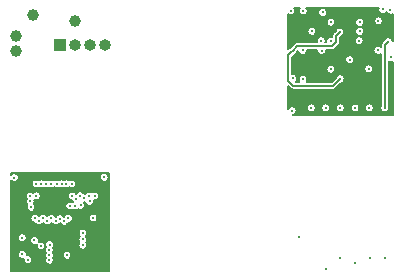
<source format=gbr>
G04 #@! TF.GenerationSoftware,KiCad,Pcbnew,(5.1.5)-3*
G04 #@! TF.CreationDate,2020-07-07T20:54:15-07:00*
G04 #@! TF.ProjectId,Miniscope-V4-Ephys-System,4d696e69-7363-46f7-9065-2d56342d4570,rev?*
G04 #@! TF.SameCoordinates,Original*
G04 #@! TF.FileFunction,Copper,L3,Inr*
G04 #@! TF.FilePolarity,Positive*
%FSLAX46Y46*%
G04 Gerber Fmt 4.6, Leading zero omitted, Abs format (unit mm)*
G04 Created by KiCad (PCBNEW (5.1.5)-3) date 2020-07-07 20:54:15*
%MOMM*%
%LPD*%
G04 APERTURE LIST*
%ADD10O,1.000000X1.000000*%
%ADD11R,1.000000X1.000000*%
%ADD12C,1.000000*%
%ADD13C,0.300000*%
%ADD14C,0.203200*%
%ADD15C,0.152400*%
G04 APERTURE END LIST*
D10*
X115060000Y-115500000D03*
X113790000Y-115500000D03*
X112520000Y-115500000D03*
D11*
X111250000Y-115500000D03*
D12*
X112500000Y-113500000D03*
X109000000Y-113000000D03*
X107500000Y-114717400D03*
X107500000Y-116000000D03*
D13*
X138213800Y-115156600D03*
X135800800Y-113581800D03*
X135038800Y-115131200D03*
X133387800Y-118357000D03*
X134200600Y-115969400D03*
X136613600Y-116756800D03*
X131044800Y-116755800D03*
X132556400Y-120826800D03*
X133514800Y-112743596D03*
X132600400Y-114343800D03*
X130822400Y-112616600D03*
X136588200Y-115131200D03*
X135800800Y-116731400D03*
X133413200Y-115969400D03*
X134200600Y-117544200D03*
X114068200Y-130135200D03*
X115008000Y-126706200D03*
X113204600Y-131964000D03*
X108073800Y-131811600D03*
X111858400Y-133310200D03*
X108073800Y-133234000D03*
X109645600Y-132510806D03*
X131500012Y-131750000D03*
X138233000Y-113453800D03*
X137394800Y-117517800D03*
X138182200Y-115943000D03*
X109013600Y-133665800D03*
X110690000Y-132040200D03*
X113204600Y-132446600D03*
X109100000Y-132050000D03*
X138750000Y-133500000D03*
X139045800Y-115206400D03*
X138749984Y-120830016D03*
X108556400Y-133665800D03*
X136639000Y-114343800D03*
X134962600Y-114394600D03*
X134988000Y-118357000D03*
X130841600Y-116120800D03*
X134175200Y-115182000D03*
X136639000Y-113581800D03*
X131813000Y-115944000D03*
X114226990Y-128273190D03*
X113766594Y-128727200D03*
X113004608Y-129082800D03*
X112547400Y-129108200D03*
X112090200Y-129133600D03*
X111963200Y-130175000D03*
X111607600Y-130429000D03*
X111252000Y-130200400D03*
X110896400Y-130403600D03*
X110540800Y-130175000D03*
X110185200Y-130403600D03*
X109855000Y-130175000D03*
X109485827Y-130385478D03*
X109143800Y-130175000D03*
X108813600Y-129235200D03*
X108737400Y-128727200D03*
X113204600Y-131405200D03*
X107391200Y-126720600D03*
X108737400Y-128270000D03*
X109270800Y-128270000D03*
X109220000Y-127254000D03*
X109681997Y-127254000D03*
X110083600Y-127254000D03*
X110490000Y-127254000D03*
X110998000Y-127254000D03*
X111404400Y-127254000D03*
X111813314Y-127254773D03*
X112269339Y-127254929D03*
X112293400Y-128270000D03*
X112649000Y-128524000D03*
X112961327Y-128246308D03*
X113313595Y-128439179D03*
X113738000Y-128281000D03*
X136250000Y-134000000D03*
X133750000Y-134500000D03*
X135000000Y-133500000D03*
X137500000Y-133500000D03*
X130924000Y-121049400D03*
X131838400Y-118382400D03*
X130994000Y-118330602D03*
X136250005Y-120829995D03*
X133749974Y-120829974D03*
X135000000Y-120830024D03*
X137458600Y-120826800D03*
X110385200Y-132395800D03*
X110359800Y-132853000D03*
X110359800Y-133716600D03*
X110359800Y-133310200D03*
X139274400Y-116552600D03*
X139229800Y-112540400D03*
X138594800Y-112489600D03*
X133387800Y-115131200D03*
X134200600Y-113556400D03*
X131863800Y-112616600D03*
D14*
X138749984Y-120617884D02*
X138749984Y-120830016D01*
X139045800Y-115206400D02*
X138749984Y-115502216D01*
X138749984Y-115502216D02*
X138749984Y-120617884D01*
X134626200Y-114731000D02*
X134626200Y-115282600D01*
X134962600Y-114394600D02*
X134626200Y-114731000D01*
X134626200Y-115282600D02*
X134321400Y-115587400D01*
X130991599Y-115970801D02*
X130841600Y-116120800D01*
X134321400Y-115587400D02*
X131375000Y-115587400D01*
X131375000Y-115587400D02*
X130991599Y-115970801D01*
X130596199Y-116366201D02*
X130596199Y-118526537D01*
X130841600Y-116120800D02*
X130596199Y-116366201D01*
X130596199Y-118526537D02*
X131009862Y-118940200D01*
X134404800Y-118940200D02*
X134838001Y-118506999D01*
X134838001Y-118506999D02*
X134988000Y-118357000D01*
X131009862Y-118940200D02*
X134404800Y-118940200D01*
D15*
G36*
X115423800Y-134673800D02*
G01*
X107076200Y-134673800D01*
X107076200Y-133196711D01*
X107695200Y-133196711D01*
X107695200Y-133271289D01*
X107709749Y-133344434D01*
X107738289Y-133413334D01*
X107779722Y-133475344D01*
X107832456Y-133528078D01*
X107894466Y-133569511D01*
X107963366Y-133598051D01*
X108036511Y-133612600D01*
X108111089Y-133612600D01*
X108183843Y-133598129D01*
X108177800Y-133628511D01*
X108177800Y-133703089D01*
X108192349Y-133776234D01*
X108220889Y-133845134D01*
X108262322Y-133907144D01*
X108315056Y-133959878D01*
X108377066Y-134001311D01*
X108445966Y-134029851D01*
X108519111Y-134044400D01*
X108593689Y-134044400D01*
X108666834Y-134029851D01*
X108735734Y-134001311D01*
X108797744Y-133959878D01*
X108850478Y-133907144D01*
X108891911Y-133845134D01*
X108920451Y-133776234D01*
X108935000Y-133703089D01*
X108935000Y-133628511D01*
X108920451Y-133555366D01*
X108891911Y-133486466D01*
X108850478Y-133424456D01*
X108797744Y-133371722D01*
X108735734Y-133330289D01*
X108666834Y-133301749D01*
X108593689Y-133287200D01*
X108519111Y-133287200D01*
X108446357Y-133301671D01*
X108452400Y-133271289D01*
X108452400Y-133196711D01*
X108437851Y-133123566D01*
X108409311Y-133054666D01*
X108367878Y-132992656D01*
X108315144Y-132939922D01*
X108253134Y-132898489D01*
X108184234Y-132869949D01*
X108111089Y-132855400D01*
X108036511Y-132855400D01*
X107963366Y-132869949D01*
X107894466Y-132898489D01*
X107832456Y-132939922D01*
X107779722Y-132992656D01*
X107738289Y-133054666D01*
X107709749Y-133123566D01*
X107695200Y-133196711D01*
X107076200Y-133196711D01*
X107076200Y-131774311D01*
X107695200Y-131774311D01*
X107695200Y-131848889D01*
X107709749Y-131922034D01*
X107738289Y-131990934D01*
X107779722Y-132052944D01*
X107832456Y-132105678D01*
X107894466Y-132147111D01*
X107963366Y-132175651D01*
X108036511Y-132190200D01*
X108111089Y-132190200D01*
X108184234Y-132175651D01*
X108253134Y-132147111D01*
X108315144Y-132105678D01*
X108367878Y-132052944D01*
X108394760Y-132012711D01*
X108721400Y-132012711D01*
X108721400Y-132087289D01*
X108735949Y-132160434D01*
X108764489Y-132229334D01*
X108805922Y-132291344D01*
X108858656Y-132344078D01*
X108920666Y-132385511D01*
X108989566Y-132414051D01*
X109062711Y-132428600D01*
X109137289Y-132428600D01*
X109210434Y-132414051D01*
X109279334Y-132385511D01*
X109290908Y-132377778D01*
X109281549Y-132400372D01*
X109267000Y-132473517D01*
X109267000Y-132548095D01*
X109281549Y-132621240D01*
X109310089Y-132690140D01*
X109351522Y-132752150D01*
X109404256Y-132804884D01*
X109466266Y-132846317D01*
X109535166Y-132874857D01*
X109608311Y-132889406D01*
X109682889Y-132889406D01*
X109756034Y-132874857D01*
X109824934Y-132846317D01*
X109886944Y-132804884D01*
X109939678Y-132752150D01*
X109981111Y-132690140D01*
X110009651Y-132621240D01*
X110024200Y-132548095D01*
X110024200Y-132513600D01*
X110049689Y-132575134D01*
X110070739Y-132606639D01*
X110065722Y-132611656D01*
X110024289Y-132673666D01*
X109995749Y-132742566D01*
X109981200Y-132815711D01*
X109981200Y-132890289D01*
X109995749Y-132963434D01*
X110024289Y-133032334D01*
X110057207Y-133081600D01*
X110024289Y-133130866D01*
X109995749Y-133199766D01*
X109981200Y-133272911D01*
X109981200Y-133347489D01*
X109995749Y-133420634D01*
X110024289Y-133489534D01*
X110040235Y-133513400D01*
X110024289Y-133537266D01*
X109995749Y-133606166D01*
X109981200Y-133679311D01*
X109981200Y-133753889D01*
X109995749Y-133827034D01*
X110024289Y-133895934D01*
X110065722Y-133957944D01*
X110118456Y-134010678D01*
X110180466Y-134052111D01*
X110249366Y-134080651D01*
X110322511Y-134095200D01*
X110397089Y-134095200D01*
X110470234Y-134080651D01*
X110539134Y-134052111D01*
X110601144Y-134010678D01*
X110653878Y-133957944D01*
X110695311Y-133895934D01*
X110723851Y-133827034D01*
X110738400Y-133753889D01*
X110738400Y-133679311D01*
X110723851Y-133606166D01*
X110695311Y-133537266D01*
X110679365Y-133513400D01*
X110695311Y-133489534D01*
X110723851Y-133420634D01*
X110738400Y-133347489D01*
X110738400Y-133272911D01*
X111479800Y-133272911D01*
X111479800Y-133347489D01*
X111494349Y-133420634D01*
X111522889Y-133489534D01*
X111564322Y-133551544D01*
X111617056Y-133604278D01*
X111679066Y-133645711D01*
X111747966Y-133674251D01*
X111821111Y-133688800D01*
X111895689Y-133688800D01*
X111968834Y-133674251D01*
X112037734Y-133645711D01*
X112099744Y-133604278D01*
X112152478Y-133551544D01*
X112193911Y-133489534D01*
X112222451Y-133420634D01*
X112237000Y-133347489D01*
X112237000Y-133272911D01*
X112222451Y-133199766D01*
X112193911Y-133130866D01*
X112152478Y-133068856D01*
X112099744Y-133016122D01*
X112037734Y-132974689D01*
X111968834Y-132946149D01*
X111895689Y-132931600D01*
X111821111Y-132931600D01*
X111747966Y-132946149D01*
X111679066Y-132974689D01*
X111617056Y-133016122D01*
X111564322Y-133068856D01*
X111522889Y-133130866D01*
X111494349Y-133199766D01*
X111479800Y-133272911D01*
X110738400Y-133272911D01*
X110723851Y-133199766D01*
X110695311Y-133130866D01*
X110662393Y-133081600D01*
X110695311Y-133032334D01*
X110723851Y-132963434D01*
X110738400Y-132890289D01*
X110738400Y-132815711D01*
X110723851Y-132742566D01*
X110695311Y-132673666D01*
X110674261Y-132642161D01*
X110679278Y-132637144D01*
X110720711Y-132575134D01*
X110749251Y-132506234D01*
X110763800Y-132433089D01*
X110763800Y-132358511D01*
X110749251Y-132285366D01*
X110720711Y-132216466D01*
X110679278Y-132154456D01*
X110626544Y-132101722D01*
X110564534Y-132060289D01*
X110495634Y-132031749D01*
X110422489Y-132017200D01*
X110347911Y-132017200D01*
X110274766Y-132031749D01*
X110205866Y-132060289D01*
X110143856Y-132101722D01*
X110091122Y-132154456D01*
X110049689Y-132216466D01*
X110021149Y-132285366D01*
X110006600Y-132358511D01*
X110006600Y-132393006D01*
X109981111Y-132331472D01*
X109939678Y-132269462D01*
X109886944Y-132216728D01*
X109824934Y-132175295D01*
X109756034Y-132146755D01*
X109682889Y-132132206D01*
X109608311Y-132132206D01*
X109535166Y-132146755D01*
X109466266Y-132175295D01*
X109454692Y-132183028D01*
X109464051Y-132160434D01*
X109478600Y-132087289D01*
X109478600Y-132012711D01*
X109464051Y-131939566D01*
X109435511Y-131870666D01*
X109394078Y-131808656D01*
X109341344Y-131755922D01*
X109279334Y-131714489D01*
X109210434Y-131685949D01*
X109137289Y-131671400D01*
X109062711Y-131671400D01*
X108989566Y-131685949D01*
X108920666Y-131714489D01*
X108858656Y-131755922D01*
X108805922Y-131808656D01*
X108764489Y-131870666D01*
X108735949Y-131939566D01*
X108721400Y-132012711D01*
X108394760Y-132012711D01*
X108409311Y-131990934D01*
X108437851Y-131922034D01*
X108452400Y-131848889D01*
X108452400Y-131774311D01*
X108437851Y-131701166D01*
X108409311Y-131632266D01*
X108367878Y-131570256D01*
X108315144Y-131517522D01*
X108253134Y-131476089D01*
X108184234Y-131447549D01*
X108111089Y-131433000D01*
X108036511Y-131433000D01*
X107963366Y-131447549D01*
X107894466Y-131476089D01*
X107832456Y-131517522D01*
X107779722Y-131570256D01*
X107738289Y-131632266D01*
X107709749Y-131701166D01*
X107695200Y-131774311D01*
X107076200Y-131774311D01*
X107076200Y-131367911D01*
X112826000Y-131367911D01*
X112826000Y-131442489D01*
X112840549Y-131515634D01*
X112869089Y-131584534D01*
X112910522Y-131646544D01*
X112948578Y-131684600D01*
X112910522Y-131722656D01*
X112869089Y-131784666D01*
X112840549Y-131853566D01*
X112826000Y-131926711D01*
X112826000Y-132001289D01*
X112840549Y-132074434D01*
X112869089Y-132143334D01*
X112910493Y-132205300D01*
X112869089Y-132267266D01*
X112840549Y-132336166D01*
X112826000Y-132409311D01*
X112826000Y-132483889D01*
X112840549Y-132557034D01*
X112869089Y-132625934D01*
X112910522Y-132687944D01*
X112963256Y-132740678D01*
X113025266Y-132782111D01*
X113094166Y-132810651D01*
X113167311Y-132825200D01*
X113241889Y-132825200D01*
X113315034Y-132810651D01*
X113383934Y-132782111D01*
X113445944Y-132740678D01*
X113498678Y-132687944D01*
X113540111Y-132625934D01*
X113568651Y-132557034D01*
X113583200Y-132483889D01*
X113583200Y-132409311D01*
X113568651Y-132336166D01*
X113540111Y-132267266D01*
X113498707Y-132205300D01*
X113540111Y-132143334D01*
X113568651Y-132074434D01*
X113583200Y-132001289D01*
X113583200Y-131926711D01*
X113568651Y-131853566D01*
X113540111Y-131784666D01*
X113498678Y-131722656D01*
X113460622Y-131684600D01*
X113498678Y-131646544D01*
X113540111Y-131584534D01*
X113568651Y-131515634D01*
X113583200Y-131442489D01*
X113583200Y-131367911D01*
X113568651Y-131294766D01*
X113540111Y-131225866D01*
X113498678Y-131163856D01*
X113445944Y-131111122D01*
X113383934Y-131069689D01*
X113315034Y-131041149D01*
X113241889Y-131026600D01*
X113167311Y-131026600D01*
X113094166Y-131041149D01*
X113025266Y-131069689D01*
X112963256Y-131111122D01*
X112910522Y-131163856D01*
X112869089Y-131225866D01*
X112840549Y-131294766D01*
X112826000Y-131367911D01*
X107076200Y-131367911D01*
X107076200Y-130137711D01*
X108765200Y-130137711D01*
X108765200Y-130212289D01*
X108779749Y-130285434D01*
X108808289Y-130354334D01*
X108849722Y-130416344D01*
X108902456Y-130469078D01*
X108964466Y-130510511D01*
X109033366Y-130539051D01*
X109106511Y-130553600D01*
X109145672Y-130553600D01*
X109150316Y-130564812D01*
X109191749Y-130626822D01*
X109244483Y-130679556D01*
X109306493Y-130720989D01*
X109375393Y-130749529D01*
X109448538Y-130764078D01*
X109523116Y-130764078D01*
X109596261Y-130749529D01*
X109665161Y-130720989D01*
X109727171Y-130679556D01*
X109779905Y-130626822D01*
X109821338Y-130564812D01*
X109825982Y-130553600D01*
X109837538Y-130553600D01*
X109849689Y-130582934D01*
X109891122Y-130644944D01*
X109943856Y-130697678D01*
X110005866Y-130739111D01*
X110074766Y-130767651D01*
X110147911Y-130782200D01*
X110222489Y-130782200D01*
X110295634Y-130767651D01*
X110364534Y-130739111D01*
X110426544Y-130697678D01*
X110479278Y-130644944D01*
X110520711Y-130582934D01*
X110532862Y-130553600D01*
X110548738Y-130553600D01*
X110560889Y-130582934D01*
X110602322Y-130644944D01*
X110655056Y-130697678D01*
X110717066Y-130739111D01*
X110785966Y-130767651D01*
X110859111Y-130782200D01*
X110933689Y-130782200D01*
X111006834Y-130767651D01*
X111075734Y-130739111D01*
X111137744Y-130697678D01*
X111190478Y-130644944D01*
X111231911Y-130582934D01*
X111233541Y-130579000D01*
X111259938Y-130579000D01*
X111272089Y-130608334D01*
X111313522Y-130670344D01*
X111366256Y-130723078D01*
X111428266Y-130764511D01*
X111497166Y-130793051D01*
X111570311Y-130807600D01*
X111644889Y-130807600D01*
X111718034Y-130793051D01*
X111786934Y-130764511D01*
X111848944Y-130723078D01*
X111901678Y-130670344D01*
X111943111Y-130608334D01*
X111965783Y-130553600D01*
X112000489Y-130553600D01*
X112073634Y-130539051D01*
X112142534Y-130510511D01*
X112204544Y-130469078D01*
X112257278Y-130416344D01*
X112298711Y-130354334D01*
X112327251Y-130285434D01*
X112341800Y-130212289D01*
X112341800Y-130137711D01*
X112333884Y-130097911D01*
X113689600Y-130097911D01*
X113689600Y-130172489D01*
X113704149Y-130245634D01*
X113732689Y-130314534D01*
X113774122Y-130376544D01*
X113826856Y-130429278D01*
X113888866Y-130470711D01*
X113957766Y-130499251D01*
X114030911Y-130513800D01*
X114105489Y-130513800D01*
X114178634Y-130499251D01*
X114247534Y-130470711D01*
X114309544Y-130429278D01*
X114362278Y-130376544D01*
X114403711Y-130314534D01*
X114432251Y-130245634D01*
X114446800Y-130172489D01*
X114446800Y-130097911D01*
X114432251Y-130024766D01*
X114403711Y-129955866D01*
X114362278Y-129893856D01*
X114309544Y-129841122D01*
X114247534Y-129799689D01*
X114178634Y-129771149D01*
X114105489Y-129756600D01*
X114030911Y-129756600D01*
X113957766Y-129771149D01*
X113888866Y-129799689D01*
X113826856Y-129841122D01*
X113774122Y-129893856D01*
X113732689Y-129955866D01*
X113704149Y-130024766D01*
X113689600Y-130097911D01*
X112333884Y-130097911D01*
X112327251Y-130064566D01*
X112298711Y-129995666D01*
X112257278Y-129933656D01*
X112204544Y-129880922D01*
X112142534Y-129839489D01*
X112073634Y-129810949D01*
X112000489Y-129796400D01*
X111925911Y-129796400D01*
X111852766Y-129810949D01*
X111783866Y-129839489D01*
X111721856Y-129880922D01*
X111669122Y-129933656D01*
X111627689Y-129995666D01*
X111605017Y-130050400D01*
X111599662Y-130050400D01*
X111587511Y-130021066D01*
X111546078Y-129959056D01*
X111493344Y-129906322D01*
X111431334Y-129864889D01*
X111362434Y-129836349D01*
X111289289Y-129821800D01*
X111214711Y-129821800D01*
X111141566Y-129836349D01*
X111072666Y-129864889D01*
X111010656Y-129906322D01*
X110957922Y-129959056D01*
X110916489Y-130021066D01*
X110914859Y-130025000D01*
X110888462Y-130025000D01*
X110876311Y-129995666D01*
X110834878Y-129933656D01*
X110782144Y-129880922D01*
X110720134Y-129839489D01*
X110651234Y-129810949D01*
X110578089Y-129796400D01*
X110503511Y-129796400D01*
X110430366Y-129810949D01*
X110361466Y-129839489D01*
X110299456Y-129880922D01*
X110246722Y-129933656D01*
X110205289Y-129995666D01*
X110197900Y-130013504D01*
X110190511Y-129995666D01*
X110149078Y-129933656D01*
X110096344Y-129880922D01*
X110034334Y-129839489D01*
X109965434Y-129810949D01*
X109892289Y-129796400D01*
X109817711Y-129796400D01*
X109744566Y-129810949D01*
X109675666Y-129839489D01*
X109613656Y-129880922D01*
X109560922Y-129933656D01*
X109519489Y-129995666D01*
X109514845Y-130006878D01*
X109483955Y-130006878D01*
X109479311Y-129995666D01*
X109437878Y-129933656D01*
X109385144Y-129880922D01*
X109323134Y-129839489D01*
X109254234Y-129810949D01*
X109181089Y-129796400D01*
X109106511Y-129796400D01*
X109033366Y-129810949D01*
X108964466Y-129839489D01*
X108902456Y-129880922D01*
X108849722Y-129933656D01*
X108808289Y-129995666D01*
X108779749Y-130064566D01*
X108765200Y-130137711D01*
X107076200Y-130137711D01*
X107076200Y-128232711D01*
X108358800Y-128232711D01*
X108358800Y-128307289D01*
X108373349Y-128380434D01*
X108401889Y-128449334D01*
X108434807Y-128498600D01*
X108401889Y-128547866D01*
X108373349Y-128616766D01*
X108358800Y-128689911D01*
X108358800Y-128764489D01*
X108373349Y-128837634D01*
X108401889Y-128906534D01*
X108443322Y-128968544D01*
X108496056Y-129021278D01*
X108499612Y-129023654D01*
X108478089Y-129055866D01*
X108449549Y-129124766D01*
X108435000Y-129197911D01*
X108435000Y-129272489D01*
X108449549Y-129345634D01*
X108478089Y-129414534D01*
X108519522Y-129476544D01*
X108572256Y-129529278D01*
X108634266Y-129570711D01*
X108703166Y-129599251D01*
X108776311Y-129613800D01*
X108850889Y-129613800D01*
X108924034Y-129599251D01*
X108992934Y-129570711D01*
X109054944Y-129529278D01*
X109107678Y-129476544D01*
X109149111Y-129414534D01*
X109177651Y-129345634D01*
X109192200Y-129272489D01*
X109192200Y-129197911D01*
X109177651Y-129124766D01*
X109165865Y-129096311D01*
X111711600Y-129096311D01*
X111711600Y-129170889D01*
X111726149Y-129244034D01*
X111754689Y-129312934D01*
X111796122Y-129374944D01*
X111848856Y-129427678D01*
X111910866Y-129469111D01*
X111979766Y-129497651D01*
X112052911Y-129512200D01*
X112127489Y-129512200D01*
X112200634Y-129497651D01*
X112269534Y-129469111D01*
X112331544Y-129427678D01*
X112336561Y-129422661D01*
X112368066Y-129443711D01*
X112436966Y-129472251D01*
X112510111Y-129486800D01*
X112584689Y-129486800D01*
X112657834Y-129472251D01*
X112726734Y-129443711D01*
X112788744Y-129402278D01*
X112793765Y-129397257D01*
X112825274Y-129418311D01*
X112894174Y-129446851D01*
X112967319Y-129461400D01*
X113041897Y-129461400D01*
X113115042Y-129446851D01*
X113183942Y-129418311D01*
X113245952Y-129376878D01*
X113298686Y-129324144D01*
X113340119Y-129262134D01*
X113368659Y-129193234D01*
X113383208Y-129120089D01*
X113383208Y-129045511D01*
X113368659Y-128972366D01*
X113340119Y-128903466D01*
X113298686Y-128841456D01*
X113274687Y-128817457D01*
X113276306Y-128817779D01*
X113350884Y-128817779D01*
X113396778Y-128808650D01*
X113402543Y-128837634D01*
X113431083Y-128906534D01*
X113472516Y-128968544D01*
X113525250Y-129021278D01*
X113587260Y-129062711D01*
X113656160Y-129091251D01*
X113729305Y-129105800D01*
X113803883Y-129105800D01*
X113877028Y-129091251D01*
X113945928Y-129062711D01*
X114007938Y-129021278D01*
X114060672Y-128968544D01*
X114102105Y-128906534D01*
X114130645Y-128837634D01*
X114145194Y-128764489D01*
X114145194Y-128689911D01*
X114135466Y-128641002D01*
X114189701Y-128651790D01*
X114264279Y-128651790D01*
X114337424Y-128637241D01*
X114406324Y-128608701D01*
X114468334Y-128567268D01*
X114521068Y-128514534D01*
X114562501Y-128452524D01*
X114591041Y-128383624D01*
X114605590Y-128310479D01*
X114605590Y-128235901D01*
X114591041Y-128162756D01*
X114562501Y-128093856D01*
X114521068Y-128031846D01*
X114468334Y-127979112D01*
X114406324Y-127937679D01*
X114337424Y-127909139D01*
X114264279Y-127894590D01*
X114189701Y-127894590D01*
X114116556Y-127909139D01*
X114047656Y-127937679D01*
X113985646Y-127979112D01*
X113978440Y-127986318D01*
X113917334Y-127945489D01*
X113848434Y-127916949D01*
X113775289Y-127902400D01*
X113700711Y-127902400D01*
X113627566Y-127916949D01*
X113558666Y-127945489D01*
X113496656Y-127986922D01*
X113443922Y-128039656D01*
X113420668Y-128074459D01*
X113350884Y-128060579D01*
X113292565Y-128060579D01*
X113255405Y-128004964D01*
X113202671Y-127952230D01*
X113140661Y-127910797D01*
X113071761Y-127882257D01*
X112998616Y-127867708D01*
X112924038Y-127867708D01*
X112850893Y-127882257D01*
X112781993Y-127910797D01*
X112719983Y-127952230D01*
X112667249Y-128004964D01*
X112625816Y-128066974D01*
X112620942Y-128078740D01*
X112587478Y-128028656D01*
X112534744Y-127975922D01*
X112472734Y-127934489D01*
X112403834Y-127905949D01*
X112330689Y-127891400D01*
X112256111Y-127891400D01*
X112182966Y-127905949D01*
X112114066Y-127934489D01*
X112052056Y-127975922D01*
X111999322Y-128028656D01*
X111957889Y-128090666D01*
X111929349Y-128159566D01*
X111914800Y-128232711D01*
X111914800Y-128307289D01*
X111929349Y-128380434D01*
X111957889Y-128449334D01*
X111999322Y-128511344D01*
X112052056Y-128564078D01*
X112114066Y-128605511D01*
X112182966Y-128634051D01*
X112256111Y-128648600D01*
X112290817Y-128648600D01*
X112313489Y-128703334D01*
X112354922Y-128765344D01*
X112364590Y-128775012D01*
X112306056Y-128814122D01*
X112301039Y-128819139D01*
X112269534Y-128798089D01*
X112200634Y-128769549D01*
X112127489Y-128755000D01*
X112052911Y-128755000D01*
X111979766Y-128769549D01*
X111910866Y-128798089D01*
X111848856Y-128839522D01*
X111796122Y-128892256D01*
X111754689Y-128954266D01*
X111726149Y-129023166D01*
X111711600Y-129096311D01*
X109165865Y-129096311D01*
X109149111Y-129055866D01*
X109107678Y-128993856D01*
X109054944Y-128941122D01*
X109051388Y-128938746D01*
X109072911Y-128906534D01*
X109101451Y-128837634D01*
X109116000Y-128764489D01*
X109116000Y-128689911D01*
X109101451Y-128616766D01*
X109097891Y-128608173D01*
X109160366Y-128634051D01*
X109233511Y-128648600D01*
X109308089Y-128648600D01*
X109381234Y-128634051D01*
X109450134Y-128605511D01*
X109512144Y-128564078D01*
X109564878Y-128511344D01*
X109606311Y-128449334D01*
X109634851Y-128380434D01*
X109649400Y-128307289D01*
X109649400Y-128232711D01*
X109634851Y-128159566D01*
X109606311Y-128090666D01*
X109564878Y-128028656D01*
X109512144Y-127975922D01*
X109450134Y-127934489D01*
X109381234Y-127905949D01*
X109308089Y-127891400D01*
X109233511Y-127891400D01*
X109160366Y-127905949D01*
X109091466Y-127934489D01*
X109029456Y-127975922D01*
X109004100Y-128001278D01*
X108978744Y-127975922D01*
X108916734Y-127934489D01*
X108847834Y-127905949D01*
X108774689Y-127891400D01*
X108700111Y-127891400D01*
X108626966Y-127905949D01*
X108558066Y-127934489D01*
X108496056Y-127975922D01*
X108443322Y-128028656D01*
X108401889Y-128090666D01*
X108373349Y-128159566D01*
X108358800Y-128232711D01*
X107076200Y-128232711D01*
X107076200Y-127216711D01*
X108841400Y-127216711D01*
X108841400Y-127291289D01*
X108855949Y-127364434D01*
X108884489Y-127433334D01*
X108925922Y-127495344D01*
X108978656Y-127548078D01*
X109040666Y-127589511D01*
X109109566Y-127618051D01*
X109182711Y-127632600D01*
X109257289Y-127632600D01*
X109330434Y-127618051D01*
X109399334Y-127589511D01*
X109450998Y-127554991D01*
X109502663Y-127589511D01*
X109571563Y-127618051D01*
X109644708Y-127632600D01*
X109719286Y-127632600D01*
X109792431Y-127618051D01*
X109861331Y-127589511D01*
X109882798Y-127575167D01*
X109904266Y-127589511D01*
X109973166Y-127618051D01*
X110046311Y-127632600D01*
X110120889Y-127632600D01*
X110194034Y-127618051D01*
X110262934Y-127589511D01*
X110286800Y-127573565D01*
X110310666Y-127589511D01*
X110379566Y-127618051D01*
X110452711Y-127632600D01*
X110527289Y-127632600D01*
X110600434Y-127618051D01*
X110669334Y-127589511D01*
X110731344Y-127548078D01*
X110744000Y-127535422D01*
X110756656Y-127548078D01*
X110818666Y-127589511D01*
X110887566Y-127618051D01*
X110960711Y-127632600D01*
X111035289Y-127632600D01*
X111108434Y-127618051D01*
X111177334Y-127589511D01*
X111201200Y-127573565D01*
X111225066Y-127589511D01*
X111293966Y-127618051D01*
X111367111Y-127632600D01*
X111441689Y-127632600D01*
X111514834Y-127618051D01*
X111583734Y-127589511D01*
X111608279Y-127573111D01*
X111633980Y-127590284D01*
X111702880Y-127618824D01*
X111776025Y-127633373D01*
X111850603Y-127633373D01*
X111923748Y-127618824D01*
X111992648Y-127590284D01*
X112041210Y-127557837D01*
X112090005Y-127590440D01*
X112158905Y-127618980D01*
X112232050Y-127633529D01*
X112306628Y-127633529D01*
X112379773Y-127618980D01*
X112448673Y-127590440D01*
X112510683Y-127549007D01*
X112563417Y-127496273D01*
X112604850Y-127434263D01*
X112633390Y-127365363D01*
X112647939Y-127292218D01*
X112647939Y-127217640D01*
X112633390Y-127144495D01*
X112604850Y-127075595D01*
X112563417Y-127013585D01*
X112510683Y-126960851D01*
X112448673Y-126919418D01*
X112379773Y-126890878D01*
X112306628Y-126876329D01*
X112232050Y-126876329D01*
X112158905Y-126890878D01*
X112090005Y-126919418D01*
X112041443Y-126951865D01*
X111992648Y-126919262D01*
X111923748Y-126890722D01*
X111850603Y-126876173D01*
X111776025Y-126876173D01*
X111702880Y-126890722D01*
X111633980Y-126919262D01*
X111609435Y-126935662D01*
X111583734Y-126918489D01*
X111514834Y-126889949D01*
X111441689Y-126875400D01*
X111367111Y-126875400D01*
X111293966Y-126889949D01*
X111225066Y-126918489D01*
X111201200Y-126934435D01*
X111177334Y-126918489D01*
X111108434Y-126889949D01*
X111035289Y-126875400D01*
X110960711Y-126875400D01*
X110887566Y-126889949D01*
X110818666Y-126918489D01*
X110756656Y-126959922D01*
X110744000Y-126972578D01*
X110731344Y-126959922D01*
X110669334Y-126918489D01*
X110600434Y-126889949D01*
X110527289Y-126875400D01*
X110452711Y-126875400D01*
X110379566Y-126889949D01*
X110310666Y-126918489D01*
X110286800Y-126934435D01*
X110262934Y-126918489D01*
X110194034Y-126889949D01*
X110120889Y-126875400D01*
X110046311Y-126875400D01*
X109973166Y-126889949D01*
X109904266Y-126918489D01*
X109882799Y-126932833D01*
X109861331Y-126918489D01*
X109792431Y-126889949D01*
X109719286Y-126875400D01*
X109644708Y-126875400D01*
X109571563Y-126889949D01*
X109502663Y-126918489D01*
X109450999Y-126953009D01*
X109399334Y-126918489D01*
X109330434Y-126889949D01*
X109257289Y-126875400D01*
X109182711Y-126875400D01*
X109109566Y-126889949D01*
X109040666Y-126918489D01*
X108978656Y-126959922D01*
X108925922Y-127012656D01*
X108884489Y-127074666D01*
X108855949Y-127143566D01*
X108841400Y-127216711D01*
X107076200Y-127216711D01*
X107076200Y-126930631D01*
X107097122Y-126961944D01*
X107149856Y-127014678D01*
X107211866Y-127056111D01*
X107280766Y-127084651D01*
X107353911Y-127099200D01*
X107428489Y-127099200D01*
X107501634Y-127084651D01*
X107570534Y-127056111D01*
X107632544Y-127014678D01*
X107685278Y-126961944D01*
X107726711Y-126899934D01*
X107755251Y-126831034D01*
X107769800Y-126757889D01*
X107769800Y-126683311D01*
X107766936Y-126668911D01*
X114629400Y-126668911D01*
X114629400Y-126743489D01*
X114643949Y-126816634D01*
X114672489Y-126885534D01*
X114713922Y-126947544D01*
X114766656Y-127000278D01*
X114828666Y-127041711D01*
X114897566Y-127070251D01*
X114970711Y-127084800D01*
X115045289Y-127084800D01*
X115118434Y-127070251D01*
X115187334Y-127041711D01*
X115249344Y-127000278D01*
X115302078Y-126947544D01*
X115343511Y-126885534D01*
X115372051Y-126816634D01*
X115386600Y-126743489D01*
X115386600Y-126668911D01*
X115372051Y-126595766D01*
X115343511Y-126526866D01*
X115302078Y-126464856D01*
X115249344Y-126412122D01*
X115187334Y-126370689D01*
X115118434Y-126342149D01*
X115045289Y-126327600D01*
X114970711Y-126327600D01*
X114897566Y-126342149D01*
X114828666Y-126370689D01*
X114766656Y-126412122D01*
X114713922Y-126464856D01*
X114672489Y-126526866D01*
X114643949Y-126595766D01*
X114629400Y-126668911D01*
X107766936Y-126668911D01*
X107755251Y-126610166D01*
X107726711Y-126541266D01*
X107685278Y-126479256D01*
X107632544Y-126426522D01*
X107570534Y-126385089D01*
X107501634Y-126356549D01*
X107428489Y-126342000D01*
X107353911Y-126342000D01*
X107280766Y-126356549D01*
X107211866Y-126385089D01*
X107149856Y-126426522D01*
X107097122Y-126479256D01*
X107076200Y-126510569D01*
X107076200Y-126326200D01*
X115423800Y-126326200D01*
X115423800Y-134673800D01*
G37*
X115423800Y-134673800D02*
X107076200Y-134673800D01*
X107076200Y-133196711D01*
X107695200Y-133196711D01*
X107695200Y-133271289D01*
X107709749Y-133344434D01*
X107738289Y-133413334D01*
X107779722Y-133475344D01*
X107832456Y-133528078D01*
X107894466Y-133569511D01*
X107963366Y-133598051D01*
X108036511Y-133612600D01*
X108111089Y-133612600D01*
X108183843Y-133598129D01*
X108177800Y-133628511D01*
X108177800Y-133703089D01*
X108192349Y-133776234D01*
X108220889Y-133845134D01*
X108262322Y-133907144D01*
X108315056Y-133959878D01*
X108377066Y-134001311D01*
X108445966Y-134029851D01*
X108519111Y-134044400D01*
X108593689Y-134044400D01*
X108666834Y-134029851D01*
X108735734Y-134001311D01*
X108797744Y-133959878D01*
X108850478Y-133907144D01*
X108891911Y-133845134D01*
X108920451Y-133776234D01*
X108935000Y-133703089D01*
X108935000Y-133628511D01*
X108920451Y-133555366D01*
X108891911Y-133486466D01*
X108850478Y-133424456D01*
X108797744Y-133371722D01*
X108735734Y-133330289D01*
X108666834Y-133301749D01*
X108593689Y-133287200D01*
X108519111Y-133287200D01*
X108446357Y-133301671D01*
X108452400Y-133271289D01*
X108452400Y-133196711D01*
X108437851Y-133123566D01*
X108409311Y-133054666D01*
X108367878Y-132992656D01*
X108315144Y-132939922D01*
X108253134Y-132898489D01*
X108184234Y-132869949D01*
X108111089Y-132855400D01*
X108036511Y-132855400D01*
X107963366Y-132869949D01*
X107894466Y-132898489D01*
X107832456Y-132939922D01*
X107779722Y-132992656D01*
X107738289Y-133054666D01*
X107709749Y-133123566D01*
X107695200Y-133196711D01*
X107076200Y-133196711D01*
X107076200Y-131774311D01*
X107695200Y-131774311D01*
X107695200Y-131848889D01*
X107709749Y-131922034D01*
X107738289Y-131990934D01*
X107779722Y-132052944D01*
X107832456Y-132105678D01*
X107894466Y-132147111D01*
X107963366Y-132175651D01*
X108036511Y-132190200D01*
X108111089Y-132190200D01*
X108184234Y-132175651D01*
X108253134Y-132147111D01*
X108315144Y-132105678D01*
X108367878Y-132052944D01*
X108394760Y-132012711D01*
X108721400Y-132012711D01*
X108721400Y-132087289D01*
X108735949Y-132160434D01*
X108764489Y-132229334D01*
X108805922Y-132291344D01*
X108858656Y-132344078D01*
X108920666Y-132385511D01*
X108989566Y-132414051D01*
X109062711Y-132428600D01*
X109137289Y-132428600D01*
X109210434Y-132414051D01*
X109279334Y-132385511D01*
X109290908Y-132377778D01*
X109281549Y-132400372D01*
X109267000Y-132473517D01*
X109267000Y-132548095D01*
X109281549Y-132621240D01*
X109310089Y-132690140D01*
X109351522Y-132752150D01*
X109404256Y-132804884D01*
X109466266Y-132846317D01*
X109535166Y-132874857D01*
X109608311Y-132889406D01*
X109682889Y-132889406D01*
X109756034Y-132874857D01*
X109824934Y-132846317D01*
X109886944Y-132804884D01*
X109939678Y-132752150D01*
X109981111Y-132690140D01*
X110009651Y-132621240D01*
X110024200Y-132548095D01*
X110024200Y-132513600D01*
X110049689Y-132575134D01*
X110070739Y-132606639D01*
X110065722Y-132611656D01*
X110024289Y-132673666D01*
X109995749Y-132742566D01*
X109981200Y-132815711D01*
X109981200Y-132890289D01*
X109995749Y-132963434D01*
X110024289Y-133032334D01*
X110057207Y-133081600D01*
X110024289Y-133130866D01*
X109995749Y-133199766D01*
X109981200Y-133272911D01*
X109981200Y-133347489D01*
X109995749Y-133420634D01*
X110024289Y-133489534D01*
X110040235Y-133513400D01*
X110024289Y-133537266D01*
X109995749Y-133606166D01*
X109981200Y-133679311D01*
X109981200Y-133753889D01*
X109995749Y-133827034D01*
X110024289Y-133895934D01*
X110065722Y-133957944D01*
X110118456Y-134010678D01*
X110180466Y-134052111D01*
X110249366Y-134080651D01*
X110322511Y-134095200D01*
X110397089Y-134095200D01*
X110470234Y-134080651D01*
X110539134Y-134052111D01*
X110601144Y-134010678D01*
X110653878Y-133957944D01*
X110695311Y-133895934D01*
X110723851Y-133827034D01*
X110738400Y-133753889D01*
X110738400Y-133679311D01*
X110723851Y-133606166D01*
X110695311Y-133537266D01*
X110679365Y-133513400D01*
X110695311Y-133489534D01*
X110723851Y-133420634D01*
X110738400Y-133347489D01*
X110738400Y-133272911D01*
X111479800Y-133272911D01*
X111479800Y-133347489D01*
X111494349Y-133420634D01*
X111522889Y-133489534D01*
X111564322Y-133551544D01*
X111617056Y-133604278D01*
X111679066Y-133645711D01*
X111747966Y-133674251D01*
X111821111Y-133688800D01*
X111895689Y-133688800D01*
X111968834Y-133674251D01*
X112037734Y-133645711D01*
X112099744Y-133604278D01*
X112152478Y-133551544D01*
X112193911Y-133489534D01*
X112222451Y-133420634D01*
X112237000Y-133347489D01*
X112237000Y-133272911D01*
X112222451Y-133199766D01*
X112193911Y-133130866D01*
X112152478Y-133068856D01*
X112099744Y-133016122D01*
X112037734Y-132974689D01*
X111968834Y-132946149D01*
X111895689Y-132931600D01*
X111821111Y-132931600D01*
X111747966Y-132946149D01*
X111679066Y-132974689D01*
X111617056Y-133016122D01*
X111564322Y-133068856D01*
X111522889Y-133130866D01*
X111494349Y-133199766D01*
X111479800Y-133272911D01*
X110738400Y-133272911D01*
X110723851Y-133199766D01*
X110695311Y-133130866D01*
X110662393Y-133081600D01*
X110695311Y-133032334D01*
X110723851Y-132963434D01*
X110738400Y-132890289D01*
X110738400Y-132815711D01*
X110723851Y-132742566D01*
X110695311Y-132673666D01*
X110674261Y-132642161D01*
X110679278Y-132637144D01*
X110720711Y-132575134D01*
X110749251Y-132506234D01*
X110763800Y-132433089D01*
X110763800Y-132358511D01*
X110749251Y-132285366D01*
X110720711Y-132216466D01*
X110679278Y-132154456D01*
X110626544Y-132101722D01*
X110564534Y-132060289D01*
X110495634Y-132031749D01*
X110422489Y-132017200D01*
X110347911Y-132017200D01*
X110274766Y-132031749D01*
X110205866Y-132060289D01*
X110143856Y-132101722D01*
X110091122Y-132154456D01*
X110049689Y-132216466D01*
X110021149Y-132285366D01*
X110006600Y-132358511D01*
X110006600Y-132393006D01*
X109981111Y-132331472D01*
X109939678Y-132269462D01*
X109886944Y-132216728D01*
X109824934Y-132175295D01*
X109756034Y-132146755D01*
X109682889Y-132132206D01*
X109608311Y-132132206D01*
X109535166Y-132146755D01*
X109466266Y-132175295D01*
X109454692Y-132183028D01*
X109464051Y-132160434D01*
X109478600Y-132087289D01*
X109478600Y-132012711D01*
X109464051Y-131939566D01*
X109435511Y-131870666D01*
X109394078Y-131808656D01*
X109341344Y-131755922D01*
X109279334Y-131714489D01*
X109210434Y-131685949D01*
X109137289Y-131671400D01*
X109062711Y-131671400D01*
X108989566Y-131685949D01*
X108920666Y-131714489D01*
X108858656Y-131755922D01*
X108805922Y-131808656D01*
X108764489Y-131870666D01*
X108735949Y-131939566D01*
X108721400Y-132012711D01*
X108394760Y-132012711D01*
X108409311Y-131990934D01*
X108437851Y-131922034D01*
X108452400Y-131848889D01*
X108452400Y-131774311D01*
X108437851Y-131701166D01*
X108409311Y-131632266D01*
X108367878Y-131570256D01*
X108315144Y-131517522D01*
X108253134Y-131476089D01*
X108184234Y-131447549D01*
X108111089Y-131433000D01*
X108036511Y-131433000D01*
X107963366Y-131447549D01*
X107894466Y-131476089D01*
X107832456Y-131517522D01*
X107779722Y-131570256D01*
X107738289Y-131632266D01*
X107709749Y-131701166D01*
X107695200Y-131774311D01*
X107076200Y-131774311D01*
X107076200Y-131367911D01*
X112826000Y-131367911D01*
X112826000Y-131442489D01*
X112840549Y-131515634D01*
X112869089Y-131584534D01*
X112910522Y-131646544D01*
X112948578Y-131684600D01*
X112910522Y-131722656D01*
X112869089Y-131784666D01*
X112840549Y-131853566D01*
X112826000Y-131926711D01*
X112826000Y-132001289D01*
X112840549Y-132074434D01*
X112869089Y-132143334D01*
X112910493Y-132205300D01*
X112869089Y-132267266D01*
X112840549Y-132336166D01*
X112826000Y-132409311D01*
X112826000Y-132483889D01*
X112840549Y-132557034D01*
X112869089Y-132625934D01*
X112910522Y-132687944D01*
X112963256Y-132740678D01*
X113025266Y-132782111D01*
X113094166Y-132810651D01*
X113167311Y-132825200D01*
X113241889Y-132825200D01*
X113315034Y-132810651D01*
X113383934Y-132782111D01*
X113445944Y-132740678D01*
X113498678Y-132687944D01*
X113540111Y-132625934D01*
X113568651Y-132557034D01*
X113583200Y-132483889D01*
X113583200Y-132409311D01*
X113568651Y-132336166D01*
X113540111Y-132267266D01*
X113498707Y-132205300D01*
X113540111Y-132143334D01*
X113568651Y-132074434D01*
X113583200Y-132001289D01*
X113583200Y-131926711D01*
X113568651Y-131853566D01*
X113540111Y-131784666D01*
X113498678Y-131722656D01*
X113460622Y-131684600D01*
X113498678Y-131646544D01*
X113540111Y-131584534D01*
X113568651Y-131515634D01*
X113583200Y-131442489D01*
X113583200Y-131367911D01*
X113568651Y-131294766D01*
X113540111Y-131225866D01*
X113498678Y-131163856D01*
X113445944Y-131111122D01*
X113383934Y-131069689D01*
X113315034Y-131041149D01*
X113241889Y-131026600D01*
X113167311Y-131026600D01*
X113094166Y-131041149D01*
X113025266Y-131069689D01*
X112963256Y-131111122D01*
X112910522Y-131163856D01*
X112869089Y-131225866D01*
X112840549Y-131294766D01*
X112826000Y-131367911D01*
X107076200Y-131367911D01*
X107076200Y-130137711D01*
X108765200Y-130137711D01*
X108765200Y-130212289D01*
X108779749Y-130285434D01*
X108808289Y-130354334D01*
X108849722Y-130416344D01*
X108902456Y-130469078D01*
X108964466Y-130510511D01*
X109033366Y-130539051D01*
X109106511Y-130553600D01*
X109145672Y-130553600D01*
X109150316Y-130564812D01*
X109191749Y-130626822D01*
X109244483Y-130679556D01*
X109306493Y-130720989D01*
X109375393Y-130749529D01*
X109448538Y-130764078D01*
X109523116Y-130764078D01*
X109596261Y-130749529D01*
X109665161Y-130720989D01*
X109727171Y-130679556D01*
X109779905Y-130626822D01*
X109821338Y-130564812D01*
X109825982Y-130553600D01*
X109837538Y-130553600D01*
X109849689Y-130582934D01*
X109891122Y-130644944D01*
X109943856Y-130697678D01*
X110005866Y-130739111D01*
X110074766Y-130767651D01*
X110147911Y-130782200D01*
X110222489Y-130782200D01*
X110295634Y-130767651D01*
X110364534Y-130739111D01*
X110426544Y-130697678D01*
X110479278Y-130644944D01*
X110520711Y-130582934D01*
X110532862Y-130553600D01*
X110548738Y-130553600D01*
X110560889Y-130582934D01*
X110602322Y-130644944D01*
X110655056Y-130697678D01*
X110717066Y-130739111D01*
X110785966Y-130767651D01*
X110859111Y-130782200D01*
X110933689Y-130782200D01*
X111006834Y-130767651D01*
X111075734Y-130739111D01*
X111137744Y-130697678D01*
X111190478Y-130644944D01*
X111231911Y-130582934D01*
X111233541Y-130579000D01*
X111259938Y-130579000D01*
X111272089Y-130608334D01*
X111313522Y-130670344D01*
X111366256Y-130723078D01*
X111428266Y-130764511D01*
X111497166Y-130793051D01*
X111570311Y-130807600D01*
X111644889Y-130807600D01*
X111718034Y-130793051D01*
X111786934Y-130764511D01*
X111848944Y-130723078D01*
X111901678Y-130670344D01*
X111943111Y-130608334D01*
X111965783Y-130553600D01*
X112000489Y-130553600D01*
X112073634Y-130539051D01*
X112142534Y-130510511D01*
X112204544Y-130469078D01*
X112257278Y-130416344D01*
X112298711Y-130354334D01*
X112327251Y-130285434D01*
X112341800Y-130212289D01*
X112341800Y-130137711D01*
X112333884Y-130097911D01*
X113689600Y-130097911D01*
X113689600Y-130172489D01*
X113704149Y-130245634D01*
X113732689Y-130314534D01*
X113774122Y-130376544D01*
X113826856Y-130429278D01*
X113888866Y-130470711D01*
X113957766Y-130499251D01*
X114030911Y-130513800D01*
X114105489Y-130513800D01*
X114178634Y-130499251D01*
X114247534Y-130470711D01*
X114309544Y-130429278D01*
X114362278Y-130376544D01*
X114403711Y-130314534D01*
X114432251Y-130245634D01*
X114446800Y-130172489D01*
X114446800Y-130097911D01*
X114432251Y-130024766D01*
X114403711Y-129955866D01*
X114362278Y-129893856D01*
X114309544Y-129841122D01*
X114247534Y-129799689D01*
X114178634Y-129771149D01*
X114105489Y-129756600D01*
X114030911Y-129756600D01*
X113957766Y-129771149D01*
X113888866Y-129799689D01*
X113826856Y-129841122D01*
X113774122Y-129893856D01*
X113732689Y-129955866D01*
X113704149Y-130024766D01*
X113689600Y-130097911D01*
X112333884Y-130097911D01*
X112327251Y-130064566D01*
X112298711Y-129995666D01*
X112257278Y-129933656D01*
X112204544Y-129880922D01*
X112142534Y-129839489D01*
X112073634Y-129810949D01*
X112000489Y-129796400D01*
X111925911Y-129796400D01*
X111852766Y-129810949D01*
X111783866Y-129839489D01*
X111721856Y-129880922D01*
X111669122Y-129933656D01*
X111627689Y-129995666D01*
X111605017Y-130050400D01*
X111599662Y-130050400D01*
X111587511Y-130021066D01*
X111546078Y-129959056D01*
X111493344Y-129906322D01*
X111431334Y-129864889D01*
X111362434Y-129836349D01*
X111289289Y-129821800D01*
X111214711Y-129821800D01*
X111141566Y-129836349D01*
X111072666Y-129864889D01*
X111010656Y-129906322D01*
X110957922Y-129959056D01*
X110916489Y-130021066D01*
X110914859Y-130025000D01*
X110888462Y-130025000D01*
X110876311Y-129995666D01*
X110834878Y-129933656D01*
X110782144Y-129880922D01*
X110720134Y-129839489D01*
X110651234Y-129810949D01*
X110578089Y-129796400D01*
X110503511Y-129796400D01*
X110430366Y-129810949D01*
X110361466Y-129839489D01*
X110299456Y-129880922D01*
X110246722Y-129933656D01*
X110205289Y-129995666D01*
X110197900Y-130013504D01*
X110190511Y-129995666D01*
X110149078Y-129933656D01*
X110096344Y-129880922D01*
X110034334Y-129839489D01*
X109965434Y-129810949D01*
X109892289Y-129796400D01*
X109817711Y-129796400D01*
X109744566Y-129810949D01*
X109675666Y-129839489D01*
X109613656Y-129880922D01*
X109560922Y-129933656D01*
X109519489Y-129995666D01*
X109514845Y-130006878D01*
X109483955Y-130006878D01*
X109479311Y-129995666D01*
X109437878Y-129933656D01*
X109385144Y-129880922D01*
X109323134Y-129839489D01*
X109254234Y-129810949D01*
X109181089Y-129796400D01*
X109106511Y-129796400D01*
X109033366Y-129810949D01*
X108964466Y-129839489D01*
X108902456Y-129880922D01*
X108849722Y-129933656D01*
X108808289Y-129995666D01*
X108779749Y-130064566D01*
X108765200Y-130137711D01*
X107076200Y-130137711D01*
X107076200Y-128232711D01*
X108358800Y-128232711D01*
X108358800Y-128307289D01*
X108373349Y-128380434D01*
X108401889Y-128449334D01*
X108434807Y-128498600D01*
X108401889Y-128547866D01*
X108373349Y-128616766D01*
X108358800Y-128689911D01*
X108358800Y-128764489D01*
X108373349Y-128837634D01*
X108401889Y-128906534D01*
X108443322Y-128968544D01*
X108496056Y-129021278D01*
X108499612Y-129023654D01*
X108478089Y-129055866D01*
X108449549Y-129124766D01*
X108435000Y-129197911D01*
X108435000Y-129272489D01*
X108449549Y-129345634D01*
X108478089Y-129414534D01*
X108519522Y-129476544D01*
X108572256Y-129529278D01*
X108634266Y-129570711D01*
X108703166Y-129599251D01*
X108776311Y-129613800D01*
X108850889Y-129613800D01*
X108924034Y-129599251D01*
X108992934Y-129570711D01*
X109054944Y-129529278D01*
X109107678Y-129476544D01*
X109149111Y-129414534D01*
X109177651Y-129345634D01*
X109192200Y-129272489D01*
X109192200Y-129197911D01*
X109177651Y-129124766D01*
X109165865Y-129096311D01*
X111711600Y-129096311D01*
X111711600Y-129170889D01*
X111726149Y-129244034D01*
X111754689Y-129312934D01*
X111796122Y-129374944D01*
X111848856Y-129427678D01*
X111910866Y-129469111D01*
X111979766Y-129497651D01*
X112052911Y-129512200D01*
X112127489Y-129512200D01*
X112200634Y-129497651D01*
X112269534Y-129469111D01*
X112331544Y-129427678D01*
X112336561Y-129422661D01*
X112368066Y-129443711D01*
X112436966Y-129472251D01*
X112510111Y-129486800D01*
X112584689Y-129486800D01*
X112657834Y-129472251D01*
X112726734Y-129443711D01*
X112788744Y-129402278D01*
X112793765Y-129397257D01*
X112825274Y-129418311D01*
X112894174Y-129446851D01*
X112967319Y-129461400D01*
X113041897Y-129461400D01*
X113115042Y-129446851D01*
X113183942Y-129418311D01*
X113245952Y-129376878D01*
X113298686Y-129324144D01*
X113340119Y-129262134D01*
X113368659Y-129193234D01*
X113383208Y-129120089D01*
X113383208Y-129045511D01*
X113368659Y-128972366D01*
X113340119Y-128903466D01*
X113298686Y-128841456D01*
X113274687Y-128817457D01*
X113276306Y-128817779D01*
X113350884Y-128817779D01*
X113396778Y-128808650D01*
X113402543Y-128837634D01*
X113431083Y-128906534D01*
X113472516Y-128968544D01*
X113525250Y-129021278D01*
X113587260Y-129062711D01*
X113656160Y-129091251D01*
X113729305Y-129105800D01*
X113803883Y-129105800D01*
X113877028Y-129091251D01*
X113945928Y-129062711D01*
X114007938Y-129021278D01*
X114060672Y-128968544D01*
X114102105Y-128906534D01*
X114130645Y-128837634D01*
X114145194Y-128764489D01*
X114145194Y-128689911D01*
X114135466Y-128641002D01*
X114189701Y-128651790D01*
X114264279Y-128651790D01*
X114337424Y-128637241D01*
X114406324Y-128608701D01*
X114468334Y-128567268D01*
X114521068Y-128514534D01*
X114562501Y-128452524D01*
X114591041Y-128383624D01*
X114605590Y-128310479D01*
X114605590Y-128235901D01*
X114591041Y-128162756D01*
X114562501Y-128093856D01*
X114521068Y-128031846D01*
X114468334Y-127979112D01*
X114406324Y-127937679D01*
X114337424Y-127909139D01*
X114264279Y-127894590D01*
X114189701Y-127894590D01*
X114116556Y-127909139D01*
X114047656Y-127937679D01*
X113985646Y-127979112D01*
X113978440Y-127986318D01*
X113917334Y-127945489D01*
X113848434Y-127916949D01*
X113775289Y-127902400D01*
X113700711Y-127902400D01*
X113627566Y-127916949D01*
X113558666Y-127945489D01*
X113496656Y-127986922D01*
X113443922Y-128039656D01*
X113420668Y-128074459D01*
X113350884Y-128060579D01*
X113292565Y-128060579D01*
X113255405Y-128004964D01*
X113202671Y-127952230D01*
X113140661Y-127910797D01*
X113071761Y-127882257D01*
X112998616Y-127867708D01*
X112924038Y-127867708D01*
X112850893Y-127882257D01*
X112781993Y-127910797D01*
X112719983Y-127952230D01*
X112667249Y-128004964D01*
X112625816Y-128066974D01*
X112620942Y-128078740D01*
X112587478Y-128028656D01*
X112534744Y-127975922D01*
X112472734Y-127934489D01*
X112403834Y-127905949D01*
X112330689Y-127891400D01*
X112256111Y-127891400D01*
X112182966Y-127905949D01*
X112114066Y-127934489D01*
X112052056Y-127975922D01*
X111999322Y-128028656D01*
X111957889Y-128090666D01*
X111929349Y-128159566D01*
X111914800Y-128232711D01*
X111914800Y-128307289D01*
X111929349Y-128380434D01*
X111957889Y-128449334D01*
X111999322Y-128511344D01*
X112052056Y-128564078D01*
X112114066Y-128605511D01*
X112182966Y-128634051D01*
X112256111Y-128648600D01*
X112290817Y-128648600D01*
X112313489Y-128703334D01*
X112354922Y-128765344D01*
X112364590Y-128775012D01*
X112306056Y-128814122D01*
X112301039Y-128819139D01*
X112269534Y-128798089D01*
X112200634Y-128769549D01*
X112127489Y-128755000D01*
X112052911Y-128755000D01*
X111979766Y-128769549D01*
X111910866Y-128798089D01*
X111848856Y-128839522D01*
X111796122Y-128892256D01*
X111754689Y-128954266D01*
X111726149Y-129023166D01*
X111711600Y-129096311D01*
X109165865Y-129096311D01*
X109149111Y-129055866D01*
X109107678Y-128993856D01*
X109054944Y-128941122D01*
X109051388Y-128938746D01*
X109072911Y-128906534D01*
X109101451Y-128837634D01*
X109116000Y-128764489D01*
X109116000Y-128689911D01*
X109101451Y-128616766D01*
X109097891Y-128608173D01*
X109160366Y-128634051D01*
X109233511Y-128648600D01*
X109308089Y-128648600D01*
X109381234Y-128634051D01*
X109450134Y-128605511D01*
X109512144Y-128564078D01*
X109564878Y-128511344D01*
X109606311Y-128449334D01*
X109634851Y-128380434D01*
X109649400Y-128307289D01*
X109649400Y-128232711D01*
X109634851Y-128159566D01*
X109606311Y-128090666D01*
X109564878Y-128028656D01*
X109512144Y-127975922D01*
X109450134Y-127934489D01*
X109381234Y-127905949D01*
X109308089Y-127891400D01*
X109233511Y-127891400D01*
X109160366Y-127905949D01*
X109091466Y-127934489D01*
X109029456Y-127975922D01*
X109004100Y-128001278D01*
X108978744Y-127975922D01*
X108916734Y-127934489D01*
X108847834Y-127905949D01*
X108774689Y-127891400D01*
X108700111Y-127891400D01*
X108626966Y-127905949D01*
X108558066Y-127934489D01*
X108496056Y-127975922D01*
X108443322Y-128028656D01*
X108401889Y-128090666D01*
X108373349Y-128159566D01*
X108358800Y-128232711D01*
X107076200Y-128232711D01*
X107076200Y-127216711D01*
X108841400Y-127216711D01*
X108841400Y-127291289D01*
X108855949Y-127364434D01*
X108884489Y-127433334D01*
X108925922Y-127495344D01*
X108978656Y-127548078D01*
X109040666Y-127589511D01*
X109109566Y-127618051D01*
X109182711Y-127632600D01*
X109257289Y-127632600D01*
X109330434Y-127618051D01*
X109399334Y-127589511D01*
X109450998Y-127554991D01*
X109502663Y-127589511D01*
X109571563Y-127618051D01*
X109644708Y-127632600D01*
X109719286Y-127632600D01*
X109792431Y-127618051D01*
X109861331Y-127589511D01*
X109882798Y-127575167D01*
X109904266Y-127589511D01*
X109973166Y-127618051D01*
X110046311Y-127632600D01*
X110120889Y-127632600D01*
X110194034Y-127618051D01*
X110262934Y-127589511D01*
X110286800Y-127573565D01*
X110310666Y-127589511D01*
X110379566Y-127618051D01*
X110452711Y-127632600D01*
X110527289Y-127632600D01*
X110600434Y-127618051D01*
X110669334Y-127589511D01*
X110731344Y-127548078D01*
X110744000Y-127535422D01*
X110756656Y-127548078D01*
X110818666Y-127589511D01*
X110887566Y-127618051D01*
X110960711Y-127632600D01*
X111035289Y-127632600D01*
X111108434Y-127618051D01*
X111177334Y-127589511D01*
X111201200Y-127573565D01*
X111225066Y-127589511D01*
X111293966Y-127618051D01*
X111367111Y-127632600D01*
X111441689Y-127632600D01*
X111514834Y-127618051D01*
X111583734Y-127589511D01*
X111608279Y-127573111D01*
X111633980Y-127590284D01*
X111702880Y-127618824D01*
X111776025Y-127633373D01*
X111850603Y-127633373D01*
X111923748Y-127618824D01*
X111992648Y-127590284D01*
X112041210Y-127557837D01*
X112090005Y-127590440D01*
X112158905Y-127618980D01*
X112232050Y-127633529D01*
X112306628Y-127633529D01*
X112379773Y-127618980D01*
X112448673Y-127590440D01*
X112510683Y-127549007D01*
X112563417Y-127496273D01*
X112604850Y-127434263D01*
X112633390Y-127365363D01*
X112647939Y-127292218D01*
X112647939Y-127217640D01*
X112633390Y-127144495D01*
X112604850Y-127075595D01*
X112563417Y-127013585D01*
X112510683Y-126960851D01*
X112448673Y-126919418D01*
X112379773Y-126890878D01*
X112306628Y-126876329D01*
X112232050Y-126876329D01*
X112158905Y-126890878D01*
X112090005Y-126919418D01*
X112041443Y-126951865D01*
X111992648Y-126919262D01*
X111923748Y-126890722D01*
X111850603Y-126876173D01*
X111776025Y-126876173D01*
X111702880Y-126890722D01*
X111633980Y-126919262D01*
X111609435Y-126935662D01*
X111583734Y-126918489D01*
X111514834Y-126889949D01*
X111441689Y-126875400D01*
X111367111Y-126875400D01*
X111293966Y-126889949D01*
X111225066Y-126918489D01*
X111201200Y-126934435D01*
X111177334Y-126918489D01*
X111108434Y-126889949D01*
X111035289Y-126875400D01*
X110960711Y-126875400D01*
X110887566Y-126889949D01*
X110818666Y-126918489D01*
X110756656Y-126959922D01*
X110744000Y-126972578D01*
X110731344Y-126959922D01*
X110669334Y-126918489D01*
X110600434Y-126889949D01*
X110527289Y-126875400D01*
X110452711Y-126875400D01*
X110379566Y-126889949D01*
X110310666Y-126918489D01*
X110286800Y-126934435D01*
X110262934Y-126918489D01*
X110194034Y-126889949D01*
X110120889Y-126875400D01*
X110046311Y-126875400D01*
X109973166Y-126889949D01*
X109904266Y-126918489D01*
X109882799Y-126932833D01*
X109861331Y-126918489D01*
X109792431Y-126889949D01*
X109719286Y-126875400D01*
X109644708Y-126875400D01*
X109571563Y-126889949D01*
X109502663Y-126918489D01*
X109450999Y-126953009D01*
X109399334Y-126918489D01*
X109330434Y-126889949D01*
X109257289Y-126875400D01*
X109182711Y-126875400D01*
X109109566Y-126889949D01*
X109040666Y-126918489D01*
X108978656Y-126959922D01*
X108925922Y-127012656D01*
X108884489Y-127074666D01*
X108855949Y-127143566D01*
X108841400Y-127216711D01*
X107076200Y-127216711D01*
X107076200Y-126930631D01*
X107097122Y-126961944D01*
X107149856Y-127014678D01*
X107211866Y-127056111D01*
X107280766Y-127084651D01*
X107353911Y-127099200D01*
X107428489Y-127099200D01*
X107501634Y-127084651D01*
X107570534Y-127056111D01*
X107632544Y-127014678D01*
X107685278Y-126961944D01*
X107726711Y-126899934D01*
X107755251Y-126831034D01*
X107769800Y-126757889D01*
X107769800Y-126683311D01*
X107766936Y-126668911D01*
X114629400Y-126668911D01*
X114629400Y-126743489D01*
X114643949Y-126816634D01*
X114672489Y-126885534D01*
X114713922Y-126947544D01*
X114766656Y-127000278D01*
X114828666Y-127041711D01*
X114897566Y-127070251D01*
X114970711Y-127084800D01*
X115045289Y-127084800D01*
X115118434Y-127070251D01*
X115187334Y-127041711D01*
X115249344Y-127000278D01*
X115302078Y-126947544D01*
X115343511Y-126885534D01*
X115372051Y-126816634D01*
X115386600Y-126743489D01*
X115386600Y-126668911D01*
X115372051Y-126595766D01*
X115343511Y-126526866D01*
X115302078Y-126464856D01*
X115249344Y-126412122D01*
X115187334Y-126370689D01*
X115118434Y-126342149D01*
X115045289Y-126327600D01*
X114970711Y-126327600D01*
X114897566Y-126342149D01*
X114828666Y-126370689D01*
X114766656Y-126412122D01*
X114713922Y-126464856D01*
X114672489Y-126526866D01*
X114643949Y-126595766D01*
X114629400Y-126668911D01*
X107766936Y-126668911D01*
X107755251Y-126610166D01*
X107726711Y-126541266D01*
X107685278Y-126479256D01*
X107632544Y-126426522D01*
X107570534Y-126385089D01*
X107501634Y-126356549D01*
X107428489Y-126342000D01*
X107353911Y-126342000D01*
X107280766Y-126356549D01*
X107211866Y-126385089D01*
X107149856Y-126426522D01*
X107097122Y-126479256D01*
X107076200Y-126510569D01*
X107076200Y-126326200D01*
X115423800Y-126326200D01*
X115423800Y-134673800D01*
G36*
X131569722Y-112375256D02*
G01*
X131528289Y-112437266D01*
X131499749Y-112506166D01*
X131485200Y-112579311D01*
X131485200Y-112653889D01*
X131499749Y-112727034D01*
X131528289Y-112795934D01*
X131569722Y-112857944D01*
X131622456Y-112910678D01*
X131684466Y-112952111D01*
X131753366Y-112980651D01*
X131826511Y-112995200D01*
X131901089Y-112995200D01*
X131974234Y-112980651D01*
X132043134Y-112952111D01*
X132105144Y-112910678D01*
X132157878Y-112857944D01*
X132199311Y-112795934D01*
X132227851Y-112727034D01*
X132231973Y-112706307D01*
X133136200Y-112706307D01*
X133136200Y-112780885D01*
X133150749Y-112854030D01*
X133179289Y-112922930D01*
X133220722Y-112984940D01*
X133273456Y-113037674D01*
X133335466Y-113079107D01*
X133404366Y-113107647D01*
X133477511Y-113122196D01*
X133552089Y-113122196D01*
X133625234Y-113107647D01*
X133694134Y-113079107D01*
X133756144Y-113037674D01*
X133808878Y-112984940D01*
X133850311Y-112922930D01*
X133878851Y-112854030D01*
X133893400Y-112780885D01*
X133893400Y-112706307D01*
X133878851Y-112633162D01*
X133850311Y-112564262D01*
X133808878Y-112502252D01*
X133756144Y-112449518D01*
X133694134Y-112408085D01*
X133625234Y-112379545D01*
X133552089Y-112364996D01*
X133477511Y-112364996D01*
X133404366Y-112379545D01*
X133335466Y-112408085D01*
X133273456Y-112449518D01*
X133220722Y-112502252D01*
X133179289Y-112564262D01*
X133150749Y-112633162D01*
X133136200Y-112706307D01*
X132231973Y-112706307D01*
X132242400Y-112653889D01*
X132242400Y-112579311D01*
X132227851Y-112506166D01*
X132199311Y-112437266D01*
X132157878Y-112375256D01*
X132108822Y-112326200D01*
X138252689Y-112326200D01*
X138230749Y-112379166D01*
X138216200Y-112452311D01*
X138216200Y-112526889D01*
X138230749Y-112600034D01*
X138259289Y-112668934D01*
X138300722Y-112730944D01*
X138353456Y-112783678D01*
X138415466Y-112825111D01*
X138484366Y-112853651D01*
X138557511Y-112868200D01*
X138632089Y-112868200D01*
X138705234Y-112853651D01*
X138774134Y-112825111D01*
X138836144Y-112783678D01*
X138888878Y-112730944D01*
X138895329Y-112721290D01*
X138935722Y-112781744D01*
X138988456Y-112834478D01*
X139050466Y-112875911D01*
X139119366Y-112904451D01*
X139192511Y-112919000D01*
X139267089Y-112919000D01*
X139340234Y-112904451D01*
X139409134Y-112875911D01*
X139423800Y-112866112D01*
X139423800Y-115166095D01*
X139409851Y-115095966D01*
X139381311Y-115027066D01*
X139339878Y-114965056D01*
X139287144Y-114912322D01*
X139225134Y-114870889D01*
X139156234Y-114842349D01*
X139083089Y-114827800D01*
X139008511Y-114827800D01*
X138935366Y-114842349D01*
X138866466Y-114870889D01*
X138804456Y-114912322D01*
X138751722Y-114965056D01*
X138710289Y-115027066D01*
X138681749Y-115095966D01*
X138679884Y-115105344D01*
X138527971Y-115257257D01*
X138515368Y-115267600D01*
X138494988Y-115292434D01*
X138474105Y-115317879D01*
X138465823Y-115333374D01*
X138443444Y-115375244D01*
X138424562Y-115437487D01*
X138420681Y-115476899D01*
X138418187Y-115502216D01*
X138419784Y-115518429D01*
X138419784Y-115646410D01*
X138361534Y-115607489D01*
X138292634Y-115578949D01*
X138219489Y-115564400D01*
X138144911Y-115564400D01*
X138071766Y-115578949D01*
X138002866Y-115607489D01*
X137940856Y-115648922D01*
X137888122Y-115701656D01*
X137846689Y-115763666D01*
X137818149Y-115832566D01*
X137803600Y-115905711D01*
X137803600Y-115980289D01*
X137818149Y-116053434D01*
X137846689Y-116122334D01*
X137888122Y-116184344D01*
X137940856Y-116237078D01*
X138002866Y-116278511D01*
X138071766Y-116307051D01*
X138144911Y-116321600D01*
X138219489Y-116321600D01*
X138292634Y-116307051D01*
X138361534Y-116278511D01*
X138419784Y-116239590D01*
X138419785Y-120601660D01*
X138419784Y-120601670D01*
X138419784Y-120642733D01*
X138414473Y-120650682D01*
X138385933Y-120719582D01*
X138371384Y-120792727D01*
X138371384Y-120867305D01*
X138385933Y-120940450D01*
X138414473Y-121009350D01*
X138455906Y-121071360D01*
X138508640Y-121124094D01*
X138570650Y-121165527D01*
X138639550Y-121194067D01*
X138712695Y-121208616D01*
X138787273Y-121208616D01*
X138860418Y-121194067D01*
X138929318Y-121165527D01*
X138991328Y-121124094D01*
X139044062Y-121071360D01*
X139085495Y-121009350D01*
X139114035Y-120940450D01*
X139128584Y-120867305D01*
X139128584Y-120792727D01*
X139114035Y-120719582D01*
X139085495Y-120650682D01*
X139080184Y-120642733D01*
X139080184Y-116878167D01*
X139095066Y-116888111D01*
X139163966Y-116916651D01*
X139237111Y-116931200D01*
X139311689Y-116931200D01*
X139384834Y-116916651D01*
X139423800Y-116900510D01*
X139423800Y-121423800D01*
X130982404Y-121423800D01*
X131034434Y-121413451D01*
X131103334Y-121384911D01*
X131165344Y-121343478D01*
X131218078Y-121290744D01*
X131259511Y-121228734D01*
X131288051Y-121159834D01*
X131302600Y-121086689D01*
X131302600Y-121012111D01*
X131288051Y-120938966D01*
X131259511Y-120870066D01*
X131218078Y-120808056D01*
X131199533Y-120789511D01*
X132177800Y-120789511D01*
X132177800Y-120864089D01*
X132192349Y-120937234D01*
X132220889Y-121006134D01*
X132262322Y-121068144D01*
X132315056Y-121120878D01*
X132377066Y-121162311D01*
X132445966Y-121190851D01*
X132519111Y-121205400D01*
X132593689Y-121205400D01*
X132666834Y-121190851D01*
X132735734Y-121162311D01*
X132797744Y-121120878D01*
X132850478Y-121068144D01*
X132891911Y-121006134D01*
X132920451Y-120937234D01*
X132935000Y-120864089D01*
X132935000Y-120792685D01*
X133371374Y-120792685D01*
X133371374Y-120867263D01*
X133385923Y-120940408D01*
X133414463Y-121009308D01*
X133455896Y-121071318D01*
X133508630Y-121124052D01*
X133570640Y-121165485D01*
X133639540Y-121194025D01*
X133712685Y-121208574D01*
X133787263Y-121208574D01*
X133860408Y-121194025D01*
X133929308Y-121165485D01*
X133991318Y-121124052D01*
X134044052Y-121071318D01*
X134085485Y-121009308D01*
X134114025Y-120940408D01*
X134128574Y-120867263D01*
X134128574Y-120792735D01*
X134621400Y-120792735D01*
X134621400Y-120867313D01*
X134635949Y-120940458D01*
X134664489Y-121009358D01*
X134705922Y-121071368D01*
X134758656Y-121124102D01*
X134820666Y-121165535D01*
X134889566Y-121194075D01*
X134962711Y-121208624D01*
X135037289Y-121208624D01*
X135110434Y-121194075D01*
X135179334Y-121165535D01*
X135241344Y-121124102D01*
X135294078Y-121071368D01*
X135335511Y-121009358D01*
X135364051Y-120940458D01*
X135378600Y-120867313D01*
X135378600Y-120792735D01*
X135378595Y-120792706D01*
X135871405Y-120792706D01*
X135871405Y-120867284D01*
X135885954Y-120940429D01*
X135914494Y-121009329D01*
X135955927Y-121071339D01*
X136008661Y-121124073D01*
X136070671Y-121165506D01*
X136139571Y-121194046D01*
X136212716Y-121208595D01*
X136287294Y-121208595D01*
X136360439Y-121194046D01*
X136429339Y-121165506D01*
X136491349Y-121124073D01*
X136544083Y-121071339D01*
X136585516Y-121009329D01*
X136614056Y-120940429D01*
X136628605Y-120867284D01*
X136628605Y-120792706D01*
X136627970Y-120789511D01*
X137080000Y-120789511D01*
X137080000Y-120864089D01*
X137094549Y-120937234D01*
X137123089Y-121006134D01*
X137164522Y-121068144D01*
X137217256Y-121120878D01*
X137279266Y-121162311D01*
X137348166Y-121190851D01*
X137421311Y-121205400D01*
X137495889Y-121205400D01*
X137569034Y-121190851D01*
X137637934Y-121162311D01*
X137699944Y-121120878D01*
X137752678Y-121068144D01*
X137794111Y-121006134D01*
X137822651Y-120937234D01*
X137837200Y-120864089D01*
X137837200Y-120789511D01*
X137822651Y-120716366D01*
X137794111Y-120647466D01*
X137752678Y-120585456D01*
X137699944Y-120532722D01*
X137637934Y-120491289D01*
X137569034Y-120462749D01*
X137495889Y-120448200D01*
X137421311Y-120448200D01*
X137348166Y-120462749D01*
X137279266Y-120491289D01*
X137217256Y-120532722D01*
X137164522Y-120585456D01*
X137123089Y-120647466D01*
X137094549Y-120716366D01*
X137080000Y-120789511D01*
X136627970Y-120789511D01*
X136614056Y-120719561D01*
X136585516Y-120650661D01*
X136544083Y-120588651D01*
X136491349Y-120535917D01*
X136429339Y-120494484D01*
X136360439Y-120465944D01*
X136287294Y-120451395D01*
X136212716Y-120451395D01*
X136139571Y-120465944D01*
X136070671Y-120494484D01*
X136008661Y-120535917D01*
X135955927Y-120588651D01*
X135914494Y-120650661D01*
X135885954Y-120719561D01*
X135871405Y-120792706D01*
X135378595Y-120792706D01*
X135364051Y-120719590D01*
X135335511Y-120650690D01*
X135294078Y-120588680D01*
X135241344Y-120535946D01*
X135179334Y-120494513D01*
X135110434Y-120465973D01*
X135037289Y-120451424D01*
X134962711Y-120451424D01*
X134889566Y-120465973D01*
X134820666Y-120494513D01*
X134758656Y-120535946D01*
X134705922Y-120588680D01*
X134664489Y-120650690D01*
X134635949Y-120719590D01*
X134621400Y-120792735D01*
X134128574Y-120792735D01*
X134128574Y-120792685D01*
X134114025Y-120719540D01*
X134085485Y-120650640D01*
X134044052Y-120588630D01*
X133991318Y-120535896D01*
X133929308Y-120494463D01*
X133860408Y-120465923D01*
X133787263Y-120451374D01*
X133712685Y-120451374D01*
X133639540Y-120465923D01*
X133570640Y-120494463D01*
X133508630Y-120535896D01*
X133455896Y-120588630D01*
X133414463Y-120650640D01*
X133385923Y-120719540D01*
X133371374Y-120792685D01*
X132935000Y-120792685D01*
X132935000Y-120789511D01*
X132920451Y-120716366D01*
X132891911Y-120647466D01*
X132850478Y-120585456D01*
X132797744Y-120532722D01*
X132735734Y-120491289D01*
X132666834Y-120462749D01*
X132593689Y-120448200D01*
X132519111Y-120448200D01*
X132445966Y-120462749D01*
X132377066Y-120491289D01*
X132315056Y-120532722D01*
X132262322Y-120585456D01*
X132220889Y-120647466D01*
X132192349Y-120716366D01*
X132177800Y-120789511D01*
X131199533Y-120789511D01*
X131165344Y-120755322D01*
X131103334Y-120713889D01*
X131034434Y-120685349D01*
X130961289Y-120670800D01*
X130886711Y-120670800D01*
X130813566Y-120685349D01*
X130744666Y-120713889D01*
X130682656Y-120755322D01*
X130629922Y-120808056D01*
X130588489Y-120870066D01*
X130576200Y-120899734D01*
X130576200Y-118973511D01*
X130764907Y-119162218D01*
X130775246Y-119174816D01*
X130825525Y-119216079D01*
X130882889Y-119246740D01*
X130945132Y-119265622D01*
X130993647Y-119270400D01*
X130993649Y-119270400D01*
X131009862Y-119271997D01*
X131026075Y-119270400D01*
X134388587Y-119270400D01*
X134404800Y-119271997D01*
X134421013Y-119270400D01*
X134421015Y-119270400D01*
X134469530Y-119265622D01*
X134531773Y-119246740D01*
X134589137Y-119216079D01*
X134639416Y-119174816D01*
X134649759Y-119162213D01*
X135082953Y-118729020D01*
X135082958Y-118729014D01*
X135089056Y-118722916D01*
X135098434Y-118721051D01*
X135167334Y-118692511D01*
X135229344Y-118651078D01*
X135282078Y-118598344D01*
X135323511Y-118536334D01*
X135352051Y-118467434D01*
X135366600Y-118394289D01*
X135366600Y-118319711D01*
X135352051Y-118246566D01*
X135323511Y-118177666D01*
X135282078Y-118115656D01*
X135229344Y-118062922D01*
X135167334Y-118021489D01*
X135098434Y-117992949D01*
X135025289Y-117978400D01*
X134950711Y-117978400D01*
X134877566Y-117992949D01*
X134808666Y-118021489D01*
X134746656Y-118062922D01*
X134693922Y-118115656D01*
X134652489Y-118177666D01*
X134623949Y-118246566D01*
X134622084Y-118255944D01*
X134615986Y-118262042D01*
X134615980Y-118262047D01*
X134268028Y-118610000D01*
X132141661Y-118610000D01*
X132173911Y-118561734D01*
X132202451Y-118492834D01*
X132217000Y-118419689D01*
X132217000Y-118345111D01*
X132202451Y-118271966D01*
X132173911Y-118203066D01*
X132132478Y-118141056D01*
X132079744Y-118088322D01*
X132017734Y-118046889D01*
X131948834Y-118018349D01*
X131875689Y-118003800D01*
X131801111Y-118003800D01*
X131727966Y-118018349D01*
X131659066Y-118046889D01*
X131597056Y-118088322D01*
X131544322Y-118141056D01*
X131502889Y-118203066D01*
X131474349Y-118271966D01*
X131459800Y-118345111D01*
X131459800Y-118419689D01*
X131474349Y-118492834D01*
X131502889Y-118561734D01*
X131535139Y-118610000D01*
X131250024Y-118610000D01*
X131288078Y-118571946D01*
X131329511Y-118509936D01*
X131358051Y-118441036D01*
X131372600Y-118367891D01*
X131372600Y-118293313D01*
X131358051Y-118220168D01*
X131329511Y-118151268D01*
X131288078Y-118089258D01*
X131235344Y-118036524D01*
X131173334Y-117995091D01*
X131104434Y-117966551D01*
X131031289Y-117952002D01*
X130956711Y-117952002D01*
X130926399Y-117958031D01*
X130926399Y-117506911D01*
X133822000Y-117506911D01*
X133822000Y-117581489D01*
X133836549Y-117654634D01*
X133865089Y-117723534D01*
X133906522Y-117785544D01*
X133959256Y-117838278D01*
X134021266Y-117879711D01*
X134090166Y-117908251D01*
X134163311Y-117922800D01*
X134237889Y-117922800D01*
X134311034Y-117908251D01*
X134379934Y-117879711D01*
X134441944Y-117838278D01*
X134494678Y-117785544D01*
X134536111Y-117723534D01*
X134564651Y-117654634D01*
X134579200Y-117581489D01*
X134579200Y-117506911D01*
X134573949Y-117480511D01*
X137016200Y-117480511D01*
X137016200Y-117555089D01*
X137030749Y-117628234D01*
X137059289Y-117697134D01*
X137100722Y-117759144D01*
X137153456Y-117811878D01*
X137215466Y-117853311D01*
X137284366Y-117881851D01*
X137357511Y-117896400D01*
X137432089Y-117896400D01*
X137505234Y-117881851D01*
X137574134Y-117853311D01*
X137636144Y-117811878D01*
X137688878Y-117759144D01*
X137730311Y-117697134D01*
X137758851Y-117628234D01*
X137773400Y-117555089D01*
X137773400Y-117480511D01*
X137758851Y-117407366D01*
X137730311Y-117338466D01*
X137688878Y-117276456D01*
X137636144Y-117223722D01*
X137574134Y-117182289D01*
X137505234Y-117153749D01*
X137432089Y-117139200D01*
X137357511Y-117139200D01*
X137284366Y-117153749D01*
X137215466Y-117182289D01*
X137153456Y-117223722D01*
X137100722Y-117276456D01*
X137059289Y-117338466D01*
X137030749Y-117407366D01*
X137016200Y-117480511D01*
X134573949Y-117480511D01*
X134564651Y-117433766D01*
X134536111Y-117364866D01*
X134494678Y-117302856D01*
X134441944Y-117250122D01*
X134379934Y-117208689D01*
X134311034Y-117180149D01*
X134237889Y-117165600D01*
X134163311Y-117165600D01*
X134090166Y-117180149D01*
X134021266Y-117208689D01*
X133959256Y-117250122D01*
X133906522Y-117302856D01*
X133865089Y-117364866D01*
X133836549Y-117433766D01*
X133822000Y-117506911D01*
X130926399Y-117506911D01*
X130926399Y-116694111D01*
X135422200Y-116694111D01*
X135422200Y-116768689D01*
X135436749Y-116841834D01*
X135465289Y-116910734D01*
X135506722Y-116972744D01*
X135559456Y-117025478D01*
X135621466Y-117066911D01*
X135690366Y-117095451D01*
X135763511Y-117110000D01*
X135838089Y-117110000D01*
X135911234Y-117095451D01*
X135980134Y-117066911D01*
X136042144Y-117025478D01*
X136094878Y-116972744D01*
X136136311Y-116910734D01*
X136164851Y-116841834D01*
X136179400Y-116768689D01*
X136179400Y-116694111D01*
X136164851Y-116620966D01*
X136136311Y-116552066D01*
X136094878Y-116490056D01*
X136042144Y-116437322D01*
X135980134Y-116395889D01*
X135911234Y-116367349D01*
X135838089Y-116352800D01*
X135763511Y-116352800D01*
X135690366Y-116367349D01*
X135621466Y-116395889D01*
X135559456Y-116437322D01*
X135506722Y-116490056D01*
X135465289Y-116552066D01*
X135436749Y-116620966D01*
X135422200Y-116694111D01*
X130926399Y-116694111D01*
X130926399Y-116502974D01*
X130942657Y-116486716D01*
X130952034Y-116484851D01*
X131020934Y-116456311D01*
X131082944Y-116414878D01*
X131135678Y-116362144D01*
X131177111Y-116300134D01*
X131205651Y-116231234D01*
X131207516Y-116221856D01*
X131436670Y-115992702D01*
X131448949Y-116054434D01*
X131477489Y-116123334D01*
X131518922Y-116185344D01*
X131571656Y-116238078D01*
X131633666Y-116279511D01*
X131702566Y-116308051D01*
X131775711Y-116322600D01*
X131850289Y-116322600D01*
X131923434Y-116308051D01*
X131992334Y-116279511D01*
X132054344Y-116238078D01*
X132107078Y-116185344D01*
X132148511Y-116123334D01*
X132177051Y-116054434D01*
X132191600Y-115981289D01*
X132191600Y-115917600D01*
X133037486Y-115917600D01*
X133034600Y-115932111D01*
X133034600Y-116006689D01*
X133049149Y-116079834D01*
X133077689Y-116148734D01*
X133119122Y-116210744D01*
X133171856Y-116263478D01*
X133233866Y-116304911D01*
X133302766Y-116333451D01*
X133375911Y-116348000D01*
X133450489Y-116348000D01*
X133523634Y-116333451D01*
X133592534Y-116304911D01*
X133654544Y-116263478D01*
X133707278Y-116210744D01*
X133748711Y-116148734D01*
X133777251Y-116079834D01*
X133791800Y-116006689D01*
X133791800Y-115932111D01*
X133788914Y-115917600D01*
X134305187Y-115917600D01*
X134321400Y-115919197D01*
X134337613Y-115917600D01*
X134337615Y-115917600D01*
X134386130Y-115912822D01*
X134448373Y-115893940D01*
X134505737Y-115863279D01*
X134556016Y-115822016D01*
X134566359Y-115809414D01*
X134848223Y-115527551D01*
X134860816Y-115517216D01*
X134872398Y-115503104D01*
X134902078Y-115466938D01*
X134902079Y-115466937D01*
X134932740Y-115409573D01*
X134951622Y-115347330D01*
X134956400Y-115298815D01*
X134956400Y-115298806D01*
X134957996Y-115282601D01*
X134956400Y-115266396D01*
X134956400Y-115093911D01*
X136209600Y-115093911D01*
X136209600Y-115168489D01*
X136224149Y-115241634D01*
X136252689Y-115310534D01*
X136294122Y-115372544D01*
X136346856Y-115425278D01*
X136408866Y-115466711D01*
X136477766Y-115495251D01*
X136550911Y-115509800D01*
X136625489Y-115509800D01*
X136698634Y-115495251D01*
X136767534Y-115466711D01*
X136829544Y-115425278D01*
X136882278Y-115372544D01*
X136923711Y-115310534D01*
X136952251Y-115241634D01*
X136966800Y-115168489D01*
X136966800Y-115093911D01*
X136952251Y-115020766D01*
X136923711Y-114951866D01*
X136882278Y-114889856D01*
X136829544Y-114837122D01*
X136767534Y-114795689D01*
X136698634Y-114767149D01*
X136625489Y-114752600D01*
X136550911Y-114752600D01*
X136477766Y-114767149D01*
X136408866Y-114795689D01*
X136346856Y-114837122D01*
X136294122Y-114889856D01*
X136252689Y-114951866D01*
X136224149Y-115020766D01*
X136209600Y-115093911D01*
X134956400Y-115093911D01*
X134956400Y-114867773D01*
X135063657Y-114760516D01*
X135073034Y-114758651D01*
X135141934Y-114730111D01*
X135203944Y-114688678D01*
X135256678Y-114635944D01*
X135298111Y-114573934D01*
X135326651Y-114505034D01*
X135341200Y-114431889D01*
X135341200Y-114357311D01*
X135331096Y-114306511D01*
X136260400Y-114306511D01*
X136260400Y-114381089D01*
X136274949Y-114454234D01*
X136303489Y-114523134D01*
X136344922Y-114585144D01*
X136397656Y-114637878D01*
X136459666Y-114679311D01*
X136528566Y-114707851D01*
X136601711Y-114722400D01*
X136676289Y-114722400D01*
X136749434Y-114707851D01*
X136818334Y-114679311D01*
X136880344Y-114637878D01*
X136933078Y-114585144D01*
X136974511Y-114523134D01*
X137003051Y-114454234D01*
X137017600Y-114381089D01*
X137017600Y-114306511D01*
X137003051Y-114233366D01*
X136974511Y-114164466D01*
X136933078Y-114102456D01*
X136880344Y-114049722D01*
X136818334Y-114008289D01*
X136749434Y-113979749D01*
X136676289Y-113965200D01*
X136601711Y-113965200D01*
X136528566Y-113979749D01*
X136459666Y-114008289D01*
X136397656Y-114049722D01*
X136344922Y-114102456D01*
X136303489Y-114164466D01*
X136274949Y-114233366D01*
X136260400Y-114306511D01*
X135331096Y-114306511D01*
X135326651Y-114284166D01*
X135298111Y-114215266D01*
X135256678Y-114153256D01*
X135203944Y-114100522D01*
X135141934Y-114059089D01*
X135073034Y-114030549D01*
X134999889Y-114016000D01*
X134925311Y-114016000D01*
X134852166Y-114030549D01*
X134783266Y-114059089D01*
X134721256Y-114100522D01*
X134668522Y-114153256D01*
X134627089Y-114215266D01*
X134598549Y-114284166D01*
X134596684Y-114293543D01*
X134404186Y-114486041D01*
X134391584Y-114496384D01*
X134363624Y-114530454D01*
X134350321Y-114546663D01*
X134335745Y-114573934D01*
X134319660Y-114604028D01*
X134300778Y-114666271D01*
X134296683Y-114707851D01*
X134294403Y-114731000D01*
X134296000Y-114747213D01*
X134296000Y-114822243D01*
X134285634Y-114817949D01*
X134212489Y-114803400D01*
X134137911Y-114803400D01*
X134064766Y-114817949D01*
X133995866Y-114846489D01*
X133933856Y-114887922D01*
X133881122Y-114940656D01*
X133839689Y-115002666D01*
X133811149Y-115071566D01*
X133796600Y-115144711D01*
X133796600Y-115219289D01*
X133804141Y-115257200D01*
X133745403Y-115257200D01*
X133751851Y-115241634D01*
X133766400Y-115168489D01*
X133766400Y-115093911D01*
X133751851Y-115020766D01*
X133723311Y-114951866D01*
X133681878Y-114889856D01*
X133629144Y-114837122D01*
X133567134Y-114795689D01*
X133498234Y-114767149D01*
X133425089Y-114752600D01*
X133350511Y-114752600D01*
X133277366Y-114767149D01*
X133208466Y-114795689D01*
X133146456Y-114837122D01*
X133093722Y-114889856D01*
X133052289Y-114951866D01*
X133023749Y-115020766D01*
X133009200Y-115093911D01*
X133009200Y-115168489D01*
X133023749Y-115241634D01*
X133030197Y-115257200D01*
X131391213Y-115257200D01*
X131375000Y-115255603D01*
X131358787Y-115257200D01*
X131358785Y-115257200D01*
X131310270Y-115261978D01*
X131250216Y-115280196D01*
X131248027Y-115280860D01*
X131190662Y-115311521D01*
X131166742Y-115331153D01*
X131140384Y-115352784D01*
X131130047Y-115365380D01*
X130769579Y-115725849D01*
X130740544Y-115754884D01*
X130731166Y-115756749D01*
X130662266Y-115785289D01*
X130600256Y-115826722D01*
X130576200Y-115850778D01*
X130576200Y-114306511D01*
X132221800Y-114306511D01*
X132221800Y-114381089D01*
X132236349Y-114454234D01*
X132264889Y-114523134D01*
X132306322Y-114585144D01*
X132359056Y-114637878D01*
X132421066Y-114679311D01*
X132489966Y-114707851D01*
X132563111Y-114722400D01*
X132637689Y-114722400D01*
X132710834Y-114707851D01*
X132779734Y-114679311D01*
X132841744Y-114637878D01*
X132894478Y-114585144D01*
X132935911Y-114523134D01*
X132964451Y-114454234D01*
X132979000Y-114381089D01*
X132979000Y-114306511D01*
X132964451Y-114233366D01*
X132935911Y-114164466D01*
X132894478Y-114102456D01*
X132841744Y-114049722D01*
X132779734Y-114008289D01*
X132710834Y-113979749D01*
X132637689Y-113965200D01*
X132563111Y-113965200D01*
X132489966Y-113979749D01*
X132421066Y-114008289D01*
X132359056Y-114049722D01*
X132306322Y-114102456D01*
X132264889Y-114164466D01*
X132236349Y-114233366D01*
X132221800Y-114306511D01*
X130576200Y-114306511D01*
X130576200Y-113519111D01*
X133822000Y-113519111D01*
X133822000Y-113593689D01*
X133836549Y-113666834D01*
X133865089Y-113735734D01*
X133906522Y-113797744D01*
X133959256Y-113850478D01*
X134021266Y-113891911D01*
X134090166Y-113920451D01*
X134163311Y-113935000D01*
X134237889Y-113935000D01*
X134311034Y-113920451D01*
X134379934Y-113891911D01*
X134441944Y-113850478D01*
X134494678Y-113797744D01*
X134536111Y-113735734D01*
X134564651Y-113666834D01*
X134579200Y-113593689D01*
X134579200Y-113544511D01*
X136260400Y-113544511D01*
X136260400Y-113619089D01*
X136274949Y-113692234D01*
X136303489Y-113761134D01*
X136344922Y-113823144D01*
X136397656Y-113875878D01*
X136459666Y-113917311D01*
X136528566Y-113945851D01*
X136601711Y-113960400D01*
X136676289Y-113960400D01*
X136749434Y-113945851D01*
X136818334Y-113917311D01*
X136880344Y-113875878D01*
X136933078Y-113823144D01*
X136974511Y-113761134D01*
X137003051Y-113692234D01*
X137017600Y-113619089D01*
X137017600Y-113544511D01*
X137003051Y-113471366D01*
X136980329Y-113416511D01*
X137854400Y-113416511D01*
X137854400Y-113491089D01*
X137868949Y-113564234D01*
X137897489Y-113633134D01*
X137938922Y-113695144D01*
X137991656Y-113747878D01*
X138053666Y-113789311D01*
X138122566Y-113817851D01*
X138195711Y-113832400D01*
X138270289Y-113832400D01*
X138343434Y-113817851D01*
X138412334Y-113789311D01*
X138474344Y-113747878D01*
X138527078Y-113695144D01*
X138568511Y-113633134D01*
X138597051Y-113564234D01*
X138611600Y-113491089D01*
X138611600Y-113416511D01*
X138597051Y-113343366D01*
X138568511Y-113274466D01*
X138527078Y-113212456D01*
X138474344Y-113159722D01*
X138412334Y-113118289D01*
X138343434Y-113089749D01*
X138270289Y-113075200D01*
X138195711Y-113075200D01*
X138122566Y-113089749D01*
X138053666Y-113118289D01*
X137991656Y-113159722D01*
X137938922Y-113212456D01*
X137897489Y-113274466D01*
X137868949Y-113343366D01*
X137854400Y-113416511D01*
X136980329Y-113416511D01*
X136974511Y-113402466D01*
X136933078Y-113340456D01*
X136880344Y-113287722D01*
X136818334Y-113246289D01*
X136749434Y-113217749D01*
X136676289Y-113203200D01*
X136601711Y-113203200D01*
X136528566Y-113217749D01*
X136459666Y-113246289D01*
X136397656Y-113287722D01*
X136344922Y-113340456D01*
X136303489Y-113402466D01*
X136274949Y-113471366D01*
X136260400Y-113544511D01*
X134579200Y-113544511D01*
X134579200Y-113519111D01*
X134564651Y-113445966D01*
X134536111Y-113377066D01*
X134494678Y-113315056D01*
X134441944Y-113262322D01*
X134379934Y-113220889D01*
X134311034Y-113192349D01*
X134237889Y-113177800D01*
X134163311Y-113177800D01*
X134090166Y-113192349D01*
X134021266Y-113220889D01*
X133959256Y-113262322D01*
X133906522Y-113315056D01*
X133865089Y-113377066D01*
X133836549Y-113445966D01*
X133822000Y-113519111D01*
X130576200Y-113519111D01*
X130576200Y-112905822D01*
X130581056Y-112910678D01*
X130643066Y-112952111D01*
X130711966Y-112980651D01*
X130785111Y-112995200D01*
X130859689Y-112995200D01*
X130932834Y-112980651D01*
X131001734Y-112952111D01*
X131063744Y-112910678D01*
X131116478Y-112857944D01*
X131157911Y-112795934D01*
X131186451Y-112727034D01*
X131201000Y-112653889D01*
X131201000Y-112579311D01*
X131186451Y-112506166D01*
X131157911Y-112437266D01*
X131116478Y-112375256D01*
X131067422Y-112326200D01*
X131618778Y-112326200D01*
X131569722Y-112375256D01*
G37*
X131569722Y-112375256D02*
X131528289Y-112437266D01*
X131499749Y-112506166D01*
X131485200Y-112579311D01*
X131485200Y-112653889D01*
X131499749Y-112727034D01*
X131528289Y-112795934D01*
X131569722Y-112857944D01*
X131622456Y-112910678D01*
X131684466Y-112952111D01*
X131753366Y-112980651D01*
X131826511Y-112995200D01*
X131901089Y-112995200D01*
X131974234Y-112980651D01*
X132043134Y-112952111D01*
X132105144Y-112910678D01*
X132157878Y-112857944D01*
X132199311Y-112795934D01*
X132227851Y-112727034D01*
X132231973Y-112706307D01*
X133136200Y-112706307D01*
X133136200Y-112780885D01*
X133150749Y-112854030D01*
X133179289Y-112922930D01*
X133220722Y-112984940D01*
X133273456Y-113037674D01*
X133335466Y-113079107D01*
X133404366Y-113107647D01*
X133477511Y-113122196D01*
X133552089Y-113122196D01*
X133625234Y-113107647D01*
X133694134Y-113079107D01*
X133756144Y-113037674D01*
X133808878Y-112984940D01*
X133850311Y-112922930D01*
X133878851Y-112854030D01*
X133893400Y-112780885D01*
X133893400Y-112706307D01*
X133878851Y-112633162D01*
X133850311Y-112564262D01*
X133808878Y-112502252D01*
X133756144Y-112449518D01*
X133694134Y-112408085D01*
X133625234Y-112379545D01*
X133552089Y-112364996D01*
X133477511Y-112364996D01*
X133404366Y-112379545D01*
X133335466Y-112408085D01*
X133273456Y-112449518D01*
X133220722Y-112502252D01*
X133179289Y-112564262D01*
X133150749Y-112633162D01*
X133136200Y-112706307D01*
X132231973Y-112706307D01*
X132242400Y-112653889D01*
X132242400Y-112579311D01*
X132227851Y-112506166D01*
X132199311Y-112437266D01*
X132157878Y-112375256D01*
X132108822Y-112326200D01*
X138252689Y-112326200D01*
X138230749Y-112379166D01*
X138216200Y-112452311D01*
X138216200Y-112526889D01*
X138230749Y-112600034D01*
X138259289Y-112668934D01*
X138300722Y-112730944D01*
X138353456Y-112783678D01*
X138415466Y-112825111D01*
X138484366Y-112853651D01*
X138557511Y-112868200D01*
X138632089Y-112868200D01*
X138705234Y-112853651D01*
X138774134Y-112825111D01*
X138836144Y-112783678D01*
X138888878Y-112730944D01*
X138895329Y-112721290D01*
X138935722Y-112781744D01*
X138988456Y-112834478D01*
X139050466Y-112875911D01*
X139119366Y-112904451D01*
X139192511Y-112919000D01*
X139267089Y-112919000D01*
X139340234Y-112904451D01*
X139409134Y-112875911D01*
X139423800Y-112866112D01*
X139423800Y-115166095D01*
X139409851Y-115095966D01*
X139381311Y-115027066D01*
X139339878Y-114965056D01*
X139287144Y-114912322D01*
X139225134Y-114870889D01*
X139156234Y-114842349D01*
X139083089Y-114827800D01*
X139008511Y-114827800D01*
X138935366Y-114842349D01*
X138866466Y-114870889D01*
X138804456Y-114912322D01*
X138751722Y-114965056D01*
X138710289Y-115027066D01*
X138681749Y-115095966D01*
X138679884Y-115105344D01*
X138527971Y-115257257D01*
X138515368Y-115267600D01*
X138494988Y-115292434D01*
X138474105Y-115317879D01*
X138465823Y-115333374D01*
X138443444Y-115375244D01*
X138424562Y-115437487D01*
X138420681Y-115476899D01*
X138418187Y-115502216D01*
X138419784Y-115518429D01*
X138419784Y-115646410D01*
X138361534Y-115607489D01*
X138292634Y-115578949D01*
X138219489Y-115564400D01*
X138144911Y-115564400D01*
X138071766Y-115578949D01*
X138002866Y-115607489D01*
X137940856Y-115648922D01*
X137888122Y-115701656D01*
X137846689Y-115763666D01*
X137818149Y-115832566D01*
X137803600Y-115905711D01*
X137803600Y-115980289D01*
X137818149Y-116053434D01*
X137846689Y-116122334D01*
X137888122Y-116184344D01*
X137940856Y-116237078D01*
X138002866Y-116278511D01*
X138071766Y-116307051D01*
X138144911Y-116321600D01*
X138219489Y-116321600D01*
X138292634Y-116307051D01*
X138361534Y-116278511D01*
X138419784Y-116239590D01*
X138419785Y-120601660D01*
X138419784Y-120601670D01*
X138419784Y-120642733D01*
X138414473Y-120650682D01*
X138385933Y-120719582D01*
X138371384Y-120792727D01*
X138371384Y-120867305D01*
X138385933Y-120940450D01*
X138414473Y-121009350D01*
X138455906Y-121071360D01*
X138508640Y-121124094D01*
X138570650Y-121165527D01*
X138639550Y-121194067D01*
X138712695Y-121208616D01*
X138787273Y-121208616D01*
X138860418Y-121194067D01*
X138929318Y-121165527D01*
X138991328Y-121124094D01*
X139044062Y-121071360D01*
X139085495Y-121009350D01*
X139114035Y-120940450D01*
X139128584Y-120867305D01*
X139128584Y-120792727D01*
X139114035Y-120719582D01*
X139085495Y-120650682D01*
X139080184Y-120642733D01*
X139080184Y-116878167D01*
X139095066Y-116888111D01*
X139163966Y-116916651D01*
X139237111Y-116931200D01*
X139311689Y-116931200D01*
X139384834Y-116916651D01*
X139423800Y-116900510D01*
X139423800Y-121423800D01*
X130982404Y-121423800D01*
X131034434Y-121413451D01*
X131103334Y-121384911D01*
X131165344Y-121343478D01*
X131218078Y-121290744D01*
X131259511Y-121228734D01*
X131288051Y-121159834D01*
X131302600Y-121086689D01*
X131302600Y-121012111D01*
X131288051Y-120938966D01*
X131259511Y-120870066D01*
X131218078Y-120808056D01*
X131199533Y-120789511D01*
X132177800Y-120789511D01*
X132177800Y-120864089D01*
X132192349Y-120937234D01*
X132220889Y-121006134D01*
X132262322Y-121068144D01*
X132315056Y-121120878D01*
X132377066Y-121162311D01*
X132445966Y-121190851D01*
X132519111Y-121205400D01*
X132593689Y-121205400D01*
X132666834Y-121190851D01*
X132735734Y-121162311D01*
X132797744Y-121120878D01*
X132850478Y-121068144D01*
X132891911Y-121006134D01*
X132920451Y-120937234D01*
X132935000Y-120864089D01*
X132935000Y-120792685D01*
X133371374Y-120792685D01*
X133371374Y-120867263D01*
X133385923Y-120940408D01*
X133414463Y-121009308D01*
X133455896Y-121071318D01*
X133508630Y-121124052D01*
X133570640Y-121165485D01*
X133639540Y-121194025D01*
X133712685Y-121208574D01*
X133787263Y-121208574D01*
X133860408Y-121194025D01*
X133929308Y-121165485D01*
X133991318Y-121124052D01*
X134044052Y-121071318D01*
X134085485Y-121009308D01*
X134114025Y-120940408D01*
X134128574Y-120867263D01*
X134128574Y-120792735D01*
X134621400Y-120792735D01*
X134621400Y-120867313D01*
X134635949Y-120940458D01*
X134664489Y-121009358D01*
X134705922Y-121071368D01*
X134758656Y-121124102D01*
X134820666Y-121165535D01*
X134889566Y-121194075D01*
X134962711Y-121208624D01*
X135037289Y-121208624D01*
X135110434Y-121194075D01*
X135179334Y-121165535D01*
X135241344Y-121124102D01*
X135294078Y-121071368D01*
X135335511Y-121009358D01*
X135364051Y-120940458D01*
X135378600Y-120867313D01*
X135378600Y-120792735D01*
X135378595Y-120792706D01*
X135871405Y-120792706D01*
X135871405Y-120867284D01*
X135885954Y-120940429D01*
X135914494Y-121009329D01*
X135955927Y-121071339D01*
X136008661Y-121124073D01*
X136070671Y-121165506D01*
X136139571Y-121194046D01*
X136212716Y-121208595D01*
X136287294Y-121208595D01*
X136360439Y-121194046D01*
X136429339Y-121165506D01*
X136491349Y-121124073D01*
X136544083Y-121071339D01*
X136585516Y-121009329D01*
X136614056Y-120940429D01*
X136628605Y-120867284D01*
X136628605Y-120792706D01*
X136627970Y-120789511D01*
X137080000Y-120789511D01*
X137080000Y-120864089D01*
X137094549Y-120937234D01*
X137123089Y-121006134D01*
X137164522Y-121068144D01*
X137217256Y-121120878D01*
X137279266Y-121162311D01*
X137348166Y-121190851D01*
X137421311Y-121205400D01*
X137495889Y-121205400D01*
X137569034Y-121190851D01*
X137637934Y-121162311D01*
X137699944Y-121120878D01*
X137752678Y-121068144D01*
X137794111Y-121006134D01*
X137822651Y-120937234D01*
X137837200Y-120864089D01*
X137837200Y-120789511D01*
X137822651Y-120716366D01*
X137794111Y-120647466D01*
X137752678Y-120585456D01*
X137699944Y-120532722D01*
X137637934Y-120491289D01*
X137569034Y-120462749D01*
X137495889Y-120448200D01*
X137421311Y-120448200D01*
X137348166Y-120462749D01*
X137279266Y-120491289D01*
X137217256Y-120532722D01*
X137164522Y-120585456D01*
X137123089Y-120647466D01*
X137094549Y-120716366D01*
X137080000Y-120789511D01*
X136627970Y-120789511D01*
X136614056Y-120719561D01*
X136585516Y-120650661D01*
X136544083Y-120588651D01*
X136491349Y-120535917D01*
X136429339Y-120494484D01*
X136360439Y-120465944D01*
X136287294Y-120451395D01*
X136212716Y-120451395D01*
X136139571Y-120465944D01*
X136070671Y-120494484D01*
X136008661Y-120535917D01*
X135955927Y-120588651D01*
X135914494Y-120650661D01*
X135885954Y-120719561D01*
X135871405Y-120792706D01*
X135378595Y-120792706D01*
X135364051Y-120719590D01*
X135335511Y-120650690D01*
X135294078Y-120588680D01*
X135241344Y-120535946D01*
X135179334Y-120494513D01*
X135110434Y-120465973D01*
X135037289Y-120451424D01*
X134962711Y-120451424D01*
X134889566Y-120465973D01*
X134820666Y-120494513D01*
X134758656Y-120535946D01*
X134705922Y-120588680D01*
X134664489Y-120650690D01*
X134635949Y-120719590D01*
X134621400Y-120792735D01*
X134128574Y-120792735D01*
X134128574Y-120792685D01*
X134114025Y-120719540D01*
X134085485Y-120650640D01*
X134044052Y-120588630D01*
X133991318Y-120535896D01*
X133929308Y-120494463D01*
X133860408Y-120465923D01*
X133787263Y-120451374D01*
X133712685Y-120451374D01*
X133639540Y-120465923D01*
X133570640Y-120494463D01*
X133508630Y-120535896D01*
X133455896Y-120588630D01*
X133414463Y-120650640D01*
X133385923Y-120719540D01*
X133371374Y-120792685D01*
X132935000Y-120792685D01*
X132935000Y-120789511D01*
X132920451Y-120716366D01*
X132891911Y-120647466D01*
X132850478Y-120585456D01*
X132797744Y-120532722D01*
X132735734Y-120491289D01*
X132666834Y-120462749D01*
X132593689Y-120448200D01*
X132519111Y-120448200D01*
X132445966Y-120462749D01*
X132377066Y-120491289D01*
X132315056Y-120532722D01*
X132262322Y-120585456D01*
X132220889Y-120647466D01*
X132192349Y-120716366D01*
X132177800Y-120789511D01*
X131199533Y-120789511D01*
X131165344Y-120755322D01*
X131103334Y-120713889D01*
X131034434Y-120685349D01*
X130961289Y-120670800D01*
X130886711Y-120670800D01*
X130813566Y-120685349D01*
X130744666Y-120713889D01*
X130682656Y-120755322D01*
X130629922Y-120808056D01*
X130588489Y-120870066D01*
X130576200Y-120899734D01*
X130576200Y-118973511D01*
X130764907Y-119162218D01*
X130775246Y-119174816D01*
X130825525Y-119216079D01*
X130882889Y-119246740D01*
X130945132Y-119265622D01*
X130993647Y-119270400D01*
X130993649Y-119270400D01*
X131009862Y-119271997D01*
X131026075Y-119270400D01*
X134388587Y-119270400D01*
X134404800Y-119271997D01*
X134421013Y-119270400D01*
X134421015Y-119270400D01*
X134469530Y-119265622D01*
X134531773Y-119246740D01*
X134589137Y-119216079D01*
X134639416Y-119174816D01*
X134649759Y-119162213D01*
X135082953Y-118729020D01*
X135082958Y-118729014D01*
X135089056Y-118722916D01*
X135098434Y-118721051D01*
X135167334Y-118692511D01*
X135229344Y-118651078D01*
X135282078Y-118598344D01*
X135323511Y-118536334D01*
X135352051Y-118467434D01*
X135366600Y-118394289D01*
X135366600Y-118319711D01*
X135352051Y-118246566D01*
X135323511Y-118177666D01*
X135282078Y-118115656D01*
X135229344Y-118062922D01*
X135167334Y-118021489D01*
X135098434Y-117992949D01*
X135025289Y-117978400D01*
X134950711Y-117978400D01*
X134877566Y-117992949D01*
X134808666Y-118021489D01*
X134746656Y-118062922D01*
X134693922Y-118115656D01*
X134652489Y-118177666D01*
X134623949Y-118246566D01*
X134622084Y-118255944D01*
X134615986Y-118262042D01*
X134615980Y-118262047D01*
X134268028Y-118610000D01*
X132141661Y-118610000D01*
X132173911Y-118561734D01*
X132202451Y-118492834D01*
X132217000Y-118419689D01*
X132217000Y-118345111D01*
X132202451Y-118271966D01*
X132173911Y-118203066D01*
X132132478Y-118141056D01*
X132079744Y-118088322D01*
X132017734Y-118046889D01*
X131948834Y-118018349D01*
X131875689Y-118003800D01*
X131801111Y-118003800D01*
X131727966Y-118018349D01*
X131659066Y-118046889D01*
X131597056Y-118088322D01*
X131544322Y-118141056D01*
X131502889Y-118203066D01*
X131474349Y-118271966D01*
X131459800Y-118345111D01*
X131459800Y-118419689D01*
X131474349Y-118492834D01*
X131502889Y-118561734D01*
X131535139Y-118610000D01*
X131250024Y-118610000D01*
X131288078Y-118571946D01*
X131329511Y-118509936D01*
X131358051Y-118441036D01*
X131372600Y-118367891D01*
X131372600Y-118293313D01*
X131358051Y-118220168D01*
X131329511Y-118151268D01*
X131288078Y-118089258D01*
X131235344Y-118036524D01*
X131173334Y-117995091D01*
X131104434Y-117966551D01*
X131031289Y-117952002D01*
X130956711Y-117952002D01*
X130926399Y-117958031D01*
X130926399Y-117506911D01*
X133822000Y-117506911D01*
X133822000Y-117581489D01*
X133836549Y-117654634D01*
X133865089Y-117723534D01*
X133906522Y-117785544D01*
X133959256Y-117838278D01*
X134021266Y-117879711D01*
X134090166Y-117908251D01*
X134163311Y-117922800D01*
X134237889Y-117922800D01*
X134311034Y-117908251D01*
X134379934Y-117879711D01*
X134441944Y-117838278D01*
X134494678Y-117785544D01*
X134536111Y-117723534D01*
X134564651Y-117654634D01*
X134579200Y-117581489D01*
X134579200Y-117506911D01*
X134573949Y-117480511D01*
X137016200Y-117480511D01*
X137016200Y-117555089D01*
X137030749Y-117628234D01*
X137059289Y-117697134D01*
X137100722Y-117759144D01*
X137153456Y-117811878D01*
X137215466Y-117853311D01*
X137284366Y-117881851D01*
X137357511Y-117896400D01*
X137432089Y-117896400D01*
X137505234Y-117881851D01*
X137574134Y-117853311D01*
X137636144Y-117811878D01*
X137688878Y-117759144D01*
X137730311Y-117697134D01*
X137758851Y-117628234D01*
X137773400Y-117555089D01*
X137773400Y-117480511D01*
X137758851Y-117407366D01*
X137730311Y-117338466D01*
X137688878Y-117276456D01*
X137636144Y-117223722D01*
X137574134Y-117182289D01*
X137505234Y-117153749D01*
X137432089Y-117139200D01*
X137357511Y-117139200D01*
X137284366Y-117153749D01*
X137215466Y-117182289D01*
X137153456Y-117223722D01*
X137100722Y-117276456D01*
X137059289Y-117338466D01*
X137030749Y-117407366D01*
X137016200Y-117480511D01*
X134573949Y-117480511D01*
X134564651Y-117433766D01*
X134536111Y-117364866D01*
X134494678Y-117302856D01*
X134441944Y-117250122D01*
X134379934Y-117208689D01*
X134311034Y-117180149D01*
X134237889Y-117165600D01*
X134163311Y-117165600D01*
X134090166Y-117180149D01*
X134021266Y-117208689D01*
X133959256Y-117250122D01*
X133906522Y-117302856D01*
X133865089Y-117364866D01*
X133836549Y-117433766D01*
X133822000Y-117506911D01*
X130926399Y-117506911D01*
X130926399Y-116694111D01*
X135422200Y-116694111D01*
X135422200Y-116768689D01*
X135436749Y-116841834D01*
X135465289Y-116910734D01*
X135506722Y-116972744D01*
X135559456Y-117025478D01*
X135621466Y-117066911D01*
X135690366Y-117095451D01*
X135763511Y-117110000D01*
X135838089Y-117110000D01*
X135911234Y-117095451D01*
X135980134Y-117066911D01*
X136042144Y-117025478D01*
X136094878Y-116972744D01*
X136136311Y-116910734D01*
X136164851Y-116841834D01*
X136179400Y-116768689D01*
X136179400Y-116694111D01*
X136164851Y-116620966D01*
X136136311Y-116552066D01*
X136094878Y-116490056D01*
X136042144Y-116437322D01*
X135980134Y-116395889D01*
X135911234Y-116367349D01*
X135838089Y-116352800D01*
X135763511Y-116352800D01*
X135690366Y-116367349D01*
X135621466Y-116395889D01*
X135559456Y-116437322D01*
X135506722Y-116490056D01*
X135465289Y-116552066D01*
X135436749Y-116620966D01*
X135422200Y-116694111D01*
X130926399Y-116694111D01*
X130926399Y-116502974D01*
X130942657Y-116486716D01*
X130952034Y-116484851D01*
X131020934Y-116456311D01*
X131082944Y-116414878D01*
X131135678Y-116362144D01*
X131177111Y-116300134D01*
X131205651Y-116231234D01*
X131207516Y-116221856D01*
X131436670Y-115992702D01*
X131448949Y-116054434D01*
X131477489Y-116123334D01*
X131518922Y-116185344D01*
X131571656Y-116238078D01*
X131633666Y-116279511D01*
X131702566Y-116308051D01*
X131775711Y-116322600D01*
X131850289Y-116322600D01*
X131923434Y-116308051D01*
X131992334Y-116279511D01*
X132054344Y-116238078D01*
X132107078Y-116185344D01*
X132148511Y-116123334D01*
X132177051Y-116054434D01*
X132191600Y-115981289D01*
X132191600Y-115917600D01*
X133037486Y-115917600D01*
X133034600Y-115932111D01*
X133034600Y-116006689D01*
X133049149Y-116079834D01*
X133077689Y-116148734D01*
X133119122Y-116210744D01*
X133171856Y-116263478D01*
X133233866Y-116304911D01*
X133302766Y-116333451D01*
X133375911Y-116348000D01*
X133450489Y-116348000D01*
X133523634Y-116333451D01*
X133592534Y-116304911D01*
X133654544Y-116263478D01*
X133707278Y-116210744D01*
X133748711Y-116148734D01*
X133777251Y-116079834D01*
X133791800Y-116006689D01*
X133791800Y-115932111D01*
X133788914Y-115917600D01*
X134305187Y-115917600D01*
X134321400Y-115919197D01*
X134337613Y-115917600D01*
X134337615Y-115917600D01*
X134386130Y-115912822D01*
X134448373Y-115893940D01*
X134505737Y-115863279D01*
X134556016Y-115822016D01*
X134566359Y-115809414D01*
X134848223Y-115527551D01*
X134860816Y-115517216D01*
X134872398Y-115503104D01*
X134902078Y-115466938D01*
X134902079Y-115466937D01*
X134932740Y-115409573D01*
X134951622Y-115347330D01*
X134956400Y-115298815D01*
X134956400Y-115298806D01*
X134957996Y-115282601D01*
X134956400Y-115266396D01*
X134956400Y-115093911D01*
X136209600Y-115093911D01*
X136209600Y-115168489D01*
X136224149Y-115241634D01*
X136252689Y-115310534D01*
X136294122Y-115372544D01*
X136346856Y-115425278D01*
X136408866Y-115466711D01*
X136477766Y-115495251D01*
X136550911Y-115509800D01*
X136625489Y-115509800D01*
X136698634Y-115495251D01*
X136767534Y-115466711D01*
X136829544Y-115425278D01*
X136882278Y-115372544D01*
X136923711Y-115310534D01*
X136952251Y-115241634D01*
X136966800Y-115168489D01*
X136966800Y-115093911D01*
X136952251Y-115020766D01*
X136923711Y-114951866D01*
X136882278Y-114889856D01*
X136829544Y-114837122D01*
X136767534Y-114795689D01*
X136698634Y-114767149D01*
X136625489Y-114752600D01*
X136550911Y-114752600D01*
X136477766Y-114767149D01*
X136408866Y-114795689D01*
X136346856Y-114837122D01*
X136294122Y-114889856D01*
X136252689Y-114951866D01*
X136224149Y-115020766D01*
X136209600Y-115093911D01*
X134956400Y-115093911D01*
X134956400Y-114867773D01*
X135063657Y-114760516D01*
X135073034Y-114758651D01*
X135141934Y-114730111D01*
X135203944Y-114688678D01*
X135256678Y-114635944D01*
X135298111Y-114573934D01*
X135326651Y-114505034D01*
X135341200Y-114431889D01*
X135341200Y-114357311D01*
X135331096Y-114306511D01*
X136260400Y-114306511D01*
X136260400Y-114381089D01*
X136274949Y-114454234D01*
X136303489Y-114523134D01*
X136344922Y-114585144D01*
X136397656Y-114637878D01*
X136459666Y-114679311D01*
X136528566Y-114707851D01*
X136601711Y-114722400D01*
X136676289Y-114722400D01*
X136749434Y-114707851D01*
X136818334Y-114679311D01*
X136880344Y-114637878D01*
X136933078Y-114585144D01*
X136974511Y-114523134D01*
X137003051Y-114454234D01*
X137017600Y-114381089D01*
X137017600Y-114306511D01*
X137003051Y-114233366D01*
X136974511Y-114164466D01*
X136933078Y-114102456D01*
X136880344Y-114049722D01*
X136818334Y-114008289D01*
X136749434Y-113979749D01*
X136676289Y-113965200D01*
X136601711Y-113965200D01*
X136528566Y-113979749D01*
X136459666Y-114008289D01*
X136397656Y-114049722D01*
X136344922Y-114102456D01*
X136303489Y-114164466D01*
X136274949Y-114233366D01*
X136260400Y-114306511D01*
X135331096Y-114306511D01*
X135326651Y-114284166D01*
X135298111Y-114215266D01*
X135256678Y-114153256D01*
X135203944Y-114100522D01*
X135141934Y-114059089D01*
X135073034Y-114030549D01*
X134999889Y-114016000D01*
X134925311Y-114016000D01*
X134852166Y-114030549D01*
X134783266Y-114059089D01*
X134721256Y-114100522D01*
X134668522Y-114153256D01*
X134627089Y-114215266D01*
X134598549Y-114284166D01*
X134596684Y-114293543D01*
X134404186Y-114486041D01*
X134391584Y-114496384D01*
X134363624Y-114530454D01*
X134350321Y-114546663D01*
X134335745Y-114573934D01*
X134319660Y-114604028D01*
X134300778Y-114666271D01*
X134296683Y-114707851D01*
X134294403Y-114731000D01*
X134296000Y-114747213D01*
X134296000Y-114822243D01*
X134285634Y-114817949D01*
X134212489Y-114803400D01*
X134137911Y-114803400D01*
X134064766Y-114817949D01*
X133995866Y-114846489D01*
X133933856Y-114887922D01*
X133881122Y-114940656D01*
X133839689Y-115002666D01*
X133811149Y-115071566D01*
X133796600Y-115144711D01*
X133796600Y-115219289D01*
X133804141Y-115257200D01*
X133745403Y-115257200D01*
X133751851Y-115241634D01*
X133766400Y-115168489D01*
X133766400Y-115093911D01*
X133751851Y-115020766D01*
X133723311Y-114951866D01*
X133681878Y-114889856D01*
X133629144Y-114837122D01*
X133567134Y-114795689D01*
X133498234Y-114767149D01*
X133425089Y-114752600D01*
X133350511Y-114752600D01*
X133277366Y-114767149D01*
X133208466Y-114795689D01*
X133146456Y-114837122D01*
X133093722Y-114889856D01*
X133052289Y-114951866D01*
X133023749Y-115020766D01*
X133009200Y-115093911D01*
X133009200Y-115168489D01*
X133023749Y-115241634D01*
X133030197Y-115257200D01*
X131391213Y-115257200D01*
X131375000Y-115255603D01*
X131358787Y-115257200D01*
X131358785Y-115257200D01*
X131310270Y-115261978D01*
X131250216Y-115280196D01*
X131248027Y-115280860D01*
X131190662Y-115311521D01*
X131166742Y-115331153D01*
X131140384Y-115352784D01*
X131130047Y-115365380D01*
X130769579Y-115725849D01*
X130740544Y-115754884D01*
X130731166Y-115756749D01*
X130662266Y-115785289D01*
X130600256Y-115826722D01*
X130576200Y-115850778D01*
X130576200Y-114306511D01*
X132221800Y-114306511D01*
X132221800Y-114381089D01*
X132236349Y-114454234D01*
X132264889Y-114523134D01*
X132306322Y-114585144D01*
X132359056Y-114637878D01*
X132421066Y-114679311D01*
X132489966Y-114707851D01*
X132563111Y-114722400D01*
X132637689Y-114722400D01*
X132710834Y-114707851D01*
X132779734Y-114679311D01*
X132841744Y-114637878D01*
X132894478Y-114585144D01*
X132935911Y-114523134D01*
X132964451Y-114454234D01*
X132979000Y-114381089D01*
X132979000Y-114306511D01*
X132964451Y-114233366D01*
X132935911Y-114164466D01*
X132894478Y-114102456D01*
X132841744Y-114049722D01*
X132779734Y-114008289D01*
X132710834Y-113979749D01*
X132637689Y-113965200D01*
X132563111Y-113965200D01*
X132489966Y-113979749D01*
X132421066Y-114008289D01*
X132359056Y-114049722D01*
X132306322Y-114102456D01*
X132264889Y-114164466D01*
X132236349Y-114233366D01*
X132221800Y-114306511D01*
X130576200Y-114306511D01*
X130576200Y-113519111D01*
X133822000Y-113519111D01*
X133822000Y-113593689D01*
X133836549Y-113666834D01*
X133865089Y-113735734D01*
X133906522Y-113797744D01*
X133959256Y-113850478D01*
X134021266Y-113891911D01*
X134090166Y-113920451D01*
X134163311Y-113935000D01*
X134237889Y-113935000D01*
X134311034Y-113920451D01*
X134379934Y-113891911D01*
X134441944Y-113850478D01*
X134494678Y-113797744D01*
X134536111Y-113735734D01*
X134564651Y-113666834D01*
X134579200Y-113593689D01*
X134579200Y-113544511D01*
X136260400Y-113544511D01*
X136260400Y-113619089D01*
X136274949Y-113692234D01*
X136303489Y-113761134D01*
X136344922Y-113823144D01*
X136397656Y-113875878D01*
X136459666Y-113917311D01*
X136528566Y-113945851D01*
X136601711Y-113960400D01*
X136676289Y-113960400D01*
X136749434Y-113945851D01*
X136818334Y-113917311D01*
X136880344Y-113875878D01*
X136933078Y-113823144D01*
X136974511Y-113761134D01*
X137003051Y-113692234D01*
X137017600Y-113619089D01*
X137017600Y-113544511D01*
X137003051Y-113471366D01*
X136980329Y-113416511D01*
X137854400Y-113416511D01*
X137854400Y-113491089D01*
X137868949Y-113564234D01*
X137897489Y-113633134D01*
X137938922Y-113695144D01*
X137991656Y-113747878D01*
X138053666Y-113789311D01*
X138122566Y-113817851D01*
X138195711Y-113832400D01*
X138270289Y-113832400D01*
X138343434Y-113817851D01*
X138412334Y-113789311D01*
X138474344Y-113747878D01*
X138527078Y-113695144D01*
X138568511Y-113633134D01*
X138597051Y-113564234D01*
X138611600Y-113491089D01*
X138611600Y-113416511D01*
X138597051Y-113343366D01*
X138568511Y-113274466D01*
X138527078Y-113212456D01*
X138474344Y-113159722D01*
X138412334Y-113118289D01*
X138343434Y-113089749D01*
X138270289Y-113075200D01*
X138195711Y-113075200D01*
X138122566Y-113089749D01*
X138053666Y-113118289D01*
X137991656Y-113159722D01*
X137938922Y-113212456D01*
X137897489Y-113274466D01*
X137868949Y-113343366D01*
X137854400Y-113416511D01*
X136980329Y-113416511D01*
X136974511Y-113402466D01*
X136933078Y-113340456D01*
X136880344Y-113287722D01*
X136818334Y-113246289D01*
X136749434Y-113217749D01*
X136676289Y-113203200D01*
X136601711Y-113203200D01*
X136528566Y-113217749D01*
X136459666Y-113246289D01*
X136397656Y-113287722D01*
X136344922Y-113340456D01*
X136303489Y-113402466D01*
X136274949Y-113471366D01*
X136260400Y-113544511D01*
X134579200Y-113544511D01*
X134579200Y-113519111D01*
X134564651Y-113445966D01*
X134536111Y-113377066D01*
X134494678Y-113315056D01*
X134441944Y-113262322D01*
X134379934Y-113220889D01*
X134311034Y-113192349D01*
X134237889Y-113177800D01*
X134163311Y-113177800D01*
X134090166Y-113192349D01*
X134021266Y-113220889D01*
X133959256Y-113262322D01*
X133906522Y-113315056D01*
X133865089Y-113377066D01*
X133836549Y-113445966D01*
X133822000Y-113519111D01*
X130576200Y-113519111D01*
X130576200Y-112905822D01*
X130581056Y-112910678D01*
X130643066Y-112952111D01*
X130711966Y-112980651D01*
X130785111Y-112995200D01*
X130859689Y-112995200D01*
X130932834Y-112980651D01*
X131001734Y-112952111D01*
X131063744Y-112910678D01*
X131116478Y-112857944D01*
X131157911Y-112795934D01*
X131186451Y-112727034D01*
X131201000Y-112653889D01*
X131201000Y-112579311D01*
X131186451Y-112506166D01*
X131157911Y-112437266D01*
X131116478Y-112375256D01*
X131067422Y-112326200D01*
X131618778Y-112326200D01*
X131569722Y-112375256D01*
M02*

</source>
